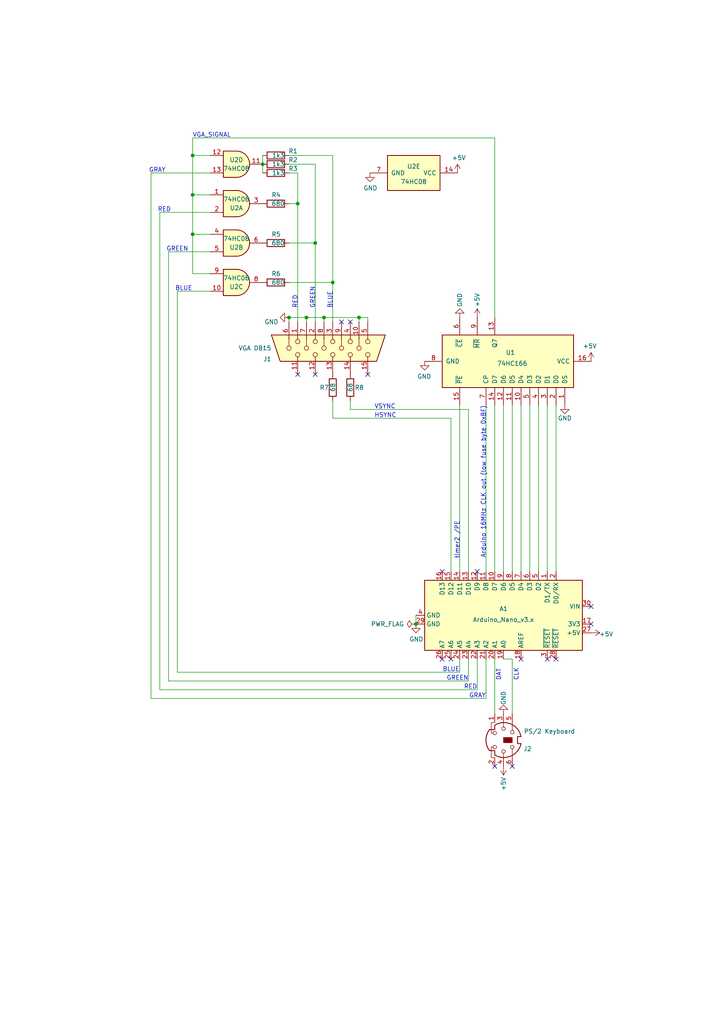
<source format=kicad_sch>
(kicad_sch (version 20211123) (generator eeschema)

  (uuid 8fd203a8-262b-4cb2-b72e-4179e96203de)

  (paper "A4" portrait)

  (title_block
    (title "Nano Personal Computer")
    (date "2024-03-30")
    (rev "2.0")
    (company "320x200 pixels, VGA (16 row colors), PS/2")
    (comment 2 "creativecommons.org/licenses/by-nc-sa/3.0/deed.en")
    (comment 3 "License: CC BY-NC-SA 3.0")
    (comment 4 "Author: Carsten Herting (slu4)")
  )

  (lib_symbols
    (symbol "ArduinoPC-rescue:74HC166-alternate-ArduinoPC-rescue" (pin_names (offset 1.016)) (in_bom yes) (on_board yes)
      (property "Reference" "U" (id 0) (at -7.62 19.05 0)
        (effects (font (size 1.27 1.27)))
      )
      (property "Value" "74HC166-alternate-ArduinoPC-rescue" (id 1) (at 0 -1.27 90)
        (effects (font (size 1.27 1.27)))
      )
      (property "Footprint" "" (id 2) (at 0 0 0)
        (effects (font (size 1.27 1.27)) hide)
      )
      (property "Datasheet" "" (id 3) (at 0 0 0)
        (effects (font (size 1.27 1.27)) hide)
      )
      (property "ki_locked" "" (id 4) (at 0 0 0)
        (effects (font (size 1.27 1.27)))
      )
      (property "ki_fp_filters" "DIP?16*" (id 5) (at 0 0 0)
        (effects (font (size 1.27 1.27)) hide)
      )
      (symbol "74HC166-alternate-ArduinoPC-rescue_1_0"
        (pin input line (at -12.7 15.24 0) (length 5.08)
          (name "DS" (effects (font (size 1.27 1.27))))
          (number "1" (effects (font (size 1.27 1.27))))
        )
        (pin input line (at -12.7 2.54 0) (length 5.08)
          (name "D4" (effects (font (size 1.27 1.27))))
          (number "10" (effects (font (size 1.27 1.27))))
        )
        (pin input line (at -12.7 0 0) (length 5.08)
          (name "D5" (effects (font (size 1.27 1.27))))
          (number "11" (effects (font (size 1.27 1.27))))
        )
        (pin input line (at -12.7 -2.54 0) (length 5.08)
          (name "D6" (effects (font (size 1.27 1.27))))
          (number "12" (effects (font (size 1.27 1.27))))
        )
        (pin output line (at 12.7 -5.08 180) (length 5.08)
          (name "Q7" (effects (font (size 1.27 1.27))))
          (number "13" (effects (font (size 1.27 1.27))))
        )
        (pin input line (at -12.7 -5.08 0) (length 5.08)
          (name "D7" (effects (font (size 1.27 1.27))))
          (number "14" (effects (font (size 1.27 1.27))))
        )
        (pin input line (at -12.7 -15.24 0) (length 5.08)
          (name "~{PE}" (effects (font (size 1.27 1.27))))
          (number "15" (effects (font (size 1.27 1.27))))
        )
        (pin power_in line (at 0 22.86 270) (length 5.08)
          (name "VCC" (effects (font (size 1.27 1.27))))
          (number "16" (effects (font (size 1.27 1.27))))
        )
        (pin input line (at -12.7 12.7 0) (length 5.08)
          (name "D0" (effects (font (size 1.27 1.27))))
          (number "2" (effects (font (size 1.27 1.27))))
        )
        (pin input line (at -12.7 10.16 0) (length 5.08)
          (name "D1" (effects (font (size 1.27 1.27))))
          (number "3" (effects (font (size 1.27 1.27))))
        )
        (pin input line (at -12.7 7.62 0) (length 5.08)
          (name "D2" (effects (font (size 1.27 1.27))))
          (number "4" (effects (font (size 1.27 1.27))))
        )
        (pin input line (at -12.7 5.08 0) (length 5.08)
          (name "D3" (effects (font (size 1.27 1.27))))
          (number "5" (effects (font (size 1.27 1.27))))
        )
        (pin input line (at 12.7 -15.24 180) (length 5.08)
          (name "~{CE}" (effects (font (size 1.27 1.27))))
          (number "6" (effects (font (size 1.27 1.27))))
        )
        (pin input line (at -12.7 -7.62 0) (length 5.08)
          (name "CP" (effects (font (size 1.27 1.27))))
          (number "7" (effects (font (size 1.27 1.27))))
        )
        (pin power_in line (at 0 -25.4 90) (length 5.08)
          (name "GND" (effects (font (size 1.27 1.27))))
          (number "8" (effects (font (size 1.27 1.27))))
        )
        (pin input line (at 12.7 -10.16 180) (length 5.08)
          (name "~{MR}" (effects (font (size 1.27 1.27))))
          (number "9" (effects (font (size 1.27 1.27))))
        )
      )
      (symbol "74HC166-alternate-ArduinoPC-rescue_1_1"
        (rectangle (start -7.62 17.78) (end 7.62 -20.32)
          (stroke (width 0.254) (type default) (color 0 0 0 0))
          (fill (type background))
        )
      )
    )
    (symbol "ArduinoPC:74HC08" (pin_names (offset 1.016)) (in_bom yes) (on_board yes)
      (property "Reference" "U" (id 0) (at 0 1.27 0)
        (effects (font (size 1.27 1.27)))
      )
      (property "Value" "74HC08" (id 1) (at 0 -1.27 0)
        (effects (font (size 1.27 1.27)))
      )
      (property "Footprint" "" (id 2) (at 0 0 0)
        (effects (font (size 1.27 1.27)) hide)
      )
      (property "Datasheet" "http://www.ti.com/lit/gpn/sn74LS08" (id 3) (at 0 0 0)
        (effects (font (size 1.27 1.27)) hide)
      )
      (property "ki_locked" "" (id 4) (at 0 0 0)
        (effects (font (size 1.27 1.27)))
      )
      (property "ki_keywords" "TTL and2" (id 5) (at 0 0 0)
        (effects (font (size 1.27 1.27)) hide)
      )
      (property "ki_description" "Quad And2" (id 6) (at 0 0 0)
        (effects (font (size 1.27 1.27)) hide)
      )
      (property "ki_fp_filters" "DIP*W7.62mm*" (id 7) (at 0 0 0)
        (effects (font (size 1.27 1.27)) hide)
      )
      (symbol "74HC08_1_1"
        (arc (start 0 -3.81) (mid 3.81 0) (end 0 3.81)
          (stroke (width 0.254) (type default) (color 0 0 0 0))
          (fill (type background))
        )
        (polyline
          (pts
            (xy 0 3.81)
            (xy -3.81 3.81)
            (xy -3.81 -3.81)
            (xy 0 -3.81)
          )
          (stroke (width 0.254) (type default) (color 0 0 0 0))
          (fill (type background))
        )
        (pin input line (at -7.62 2.54 0) (length 3.81)
          (name "~" (effects (font (size 1.27 1.27))))
          (number "1" (effects (font (size 1.27 1.27))))
        )
        (pin input line (at -7.62 -2.54 0) (length 3.81)
          (name "~" (effects (font (size 1.27 1.27))))
          (number "2" (effects (font (size 1.27 1.27))))
        )
        (pin output line (at 7.62 0 180) (length 3.81)
          (name "~" (effects (font (size 1.27 1.27))))
          (number "3" (effects (font (size 1.27 1.27))))
        )
      )
      (symbol "74HC08_1_2"
        (arc (start -3.81 -3.81) (mid -2.589 0) (end -3.81 3.81)
          (stroke (width 0.254) (type default) (color 0 0 0 0))
          (fill (type none))
        )
        (arc (start -0.6096 -3.81) (mid 2.1842 -2.5851) (end 3.81 0)
          (stroke (width 0.254) (type default) (color 0 0 0 0))
          (fill (type background))
        )
        (polyline
          (pts
            (xy -3.81 -3.81)
            (xy -0.635 -3.81)
          )
          (stroke (width 0.254) (type default) (color 0 0 0 0))
          (fill (type background))
        )
        (polyline
          (pts
            (xy -3.81 3.81)
            (xy -0.635 3.81)
          )
          (stroke (width 0.254) (type default) (color 0 0 0 0))
          (fill (type background))
        )
        (polyline
          (pts
            (xy -0.635 3.81)
            (xy -3.81 3.81)
            (xy -3.81 3.81)
            (xy -3.556 3.4036)
            (xy -3.0226 2.2606)
            (xy -2.6924 1.0414)
            (xy -2.6162 -0.254)
            (xy -2.7686 -1.4986)
            (xy -3.175 -2.7178)
            (xy -3.81 -3.81)
            (xy -3.81 -3.81)
            (xy -0.635 -3.81)
          )
          (stroke (width -25.4) (type default) (color 0 0 0 0))
          (fill (type background))
        )
        (arc (start 3.81 0) (mid 2.1915 2.5936) (end -0.6096 3.81)
          (stroke (width 0.254) (type default) (color 0 0 0 0))
          (fill (type background))
        )
        (pin input inverted (at -7.62 2.54 0) (length 4.318)
          (name "~" (effects (font (size 1.27 1.27))))
          (number "1" (effects (font (size 1.27 1.27))))
        )
        (pin input inverted (at -7.62 -2.54 0) (length 4.318)
          (name "~" (effects (font (size 1.27 1.27))))
          (number "2" (effects (font (size 1.27 1.27))))
        )
        (pin output inverted (at 7.62 0 180) (length 3.81)
          (name "~" (effects (font (size 1.27 1.27))))
          (number "3" (effects (font (size 1.27 1.27))))
        )
      )
      (symbol "74HC08_2_1"
        (arc (start 0 -3.81) (mid 3.81 0) (end 0 3.81)
          (stroke (width 0.254) (type default) (color 0 0 0 0))
          (fill (type background))
        )
        (polyline
          (pts
            (xy 0 3.81)
            (xy -3.81 3.81)
            (xy -3.81 -3.81)
            (xy 0 -3.81)
          )
          (stroke (width 0.254) (type default) (color 0 0 0 0))
          (fill (type background))
        )
        (pin input line (at -7.62 2.54 0) (length 3.81)
          (name "~" (effects (font (size 1.27 1.27))))
          (number "4" (effects (font (size 1.27 1.27))))
        )
        (pin input line (at -7.62 -2.54 0) (length 3.81)
          (name "~" (effects (font (size 1.27 1.27))))
          (number "5" (effects (font (size 1.27 1.27))))
        )
        (pin output line (at 7.62 0 180) (length 3.81)
          (name "~" (effects (font (size 1.27 1.27))))
          (number "6" (effects (font (size 1.27 1.27))))
        )
      )
      (symbol "74HC08_2_2"
        (arc (start -3.81 -3.81) (mid -2.589 0) (end -3.81 3.81)
          (stroke (width 0.254) (type default) (color 0 0 0 0))
          (fill (type none))
        )
        (arc (start -0.6096 -3.81) (mid 2.1842 -2.5851) (end 3.81 0)
          (stroke (width 0.254) (type default) (color 0 0 0 0))
          (fill (type background))
        )
        (polyline
          (pts
            (xy -3.81 -3.81)
            (xy -0.635 -3.81)
          )
          (stroke (width 0.254) (type default) (color 0 0 0 0))
          (fill (type background))
        )
        (polyline
          (pts
            (xy -3.81 3.81)
            (xy -0.635 3.81)
          )
          (stroke (width 0.254) (type default) (color 0 0 0 0))
          (fill (type background))
        )
        (polyline
          (pts
            (xy -0.635 3.81)
            (xy -3.81 3.81)
            (xy -3.81 3.81)
            (xy -3.556 3.4036)
            (xy -3.0226 2.2606)
            (xy -2.6924 1.0414)
            (xy -2.6162 -0.254)
            (xy -2.7686 -1.4986)
            (xy -3.175 -2.7178)
            (xy -3.81 -3.81)
            (xy -3.81 -3.81)
            (xy -0.635 -3.81)
          )
          (stroke (width -25.4) (type default) (color 0 0 0 0))
          (fill (type background))
        )
        (arc (start 3.81 0) (mid 2.1915 2.5936) (end -0.6096 3.81)
          (stroke (width 0.254) (type default) (color 0 0 0 0))
          (fill (type background))
        )
        (pin input inverted (at -7.62 2.54 0) (length 4.318)
          (name "~" (effects (font (size 1.27 1.27))))
          (number "4" (effects (font (size 1.27 1.27))))
        )
        (pin input inverted (at -7.62 -2.54 0) (length 4.318)
          (name "~" (effects (font (size 1.27 1.27))))
          (number "5" (effects (font (size 1.27 1.27))))
        )
        (pin output inverted (at 7.62 0 180) (length 3.81)
          (name "~" (effects (font (size 1.27 1.27))))
          (number "6" (effects (font (size 1.27 1.27))))
        )
      )
      (symbol "74HC08_3_1"
        (arc (start 0 -3.81) (mid 3.81 0) (end 0 3.81)
          (stroke (width 0.254) (type default) (color 0 0 0 0))
          (fill (type background))
        )
        (polyline
          (pts
            (xy 0 3.81)
            (xy -3.81 3.81)
            (xy -3.81 -3.81)
            (xy 0 -3.81)
          )
          (stroke (width 0.254) (type default) (color 0 0 0 0))
          (fill (type background))
        )
        (pin input line (at -7.62 -2.54 0) (length 3.81)
          (name "~" (effects (font (size 1.27 1.27))))
          (number "10" (effects (font (size 1.27 1.27))))
        )
        (pin output line (at 7.62 0 180) (length 3.81)
          (name "~" (effects (font (size 1.27 1.27))))
          (number "8" (effects (font (size 1.27 1.27))))
        )
        (pin input line (at -7.62 2.54 0) (length 3.81)
          (name "~" (effects (font (size 1.27 1.27))))
          (number "9" (effects (font (size 1.27 1.27))))
        )
      )
      (symbol "74HC08_3_2"
        (arc (start -3.81 -3.81) (mid -2.589 0) (end -3.81 3.81)
          (stroke (width 0.254) (type default) (color 0 0 0 0))
          (fill (type none))
        )
        (arc (start -0.6096 -3.81) (mid 2.1842 -2.5851) (end 3.81 0)
          (stroke (width 0.254) (type default) (color 0 0 0 0))
          (fill (type background))
        )
        (polyline
          (pts
            (xy -3.81 -3.81)
            (xy -0.635 -3.81)
          )
          (stroke (width 0.254) (type default) (color 0 0 0 0))
          (fill (type background))
        )
        (polyline
          (pts
            (xy -3.81 3.81)
            (xy -0.635 3.81)
          )
          (stroke (width 0.254) (type default) (color 0 0 0 0))
          (fill (type background))
        )
        (polyline
          (pts
            (xy -0.635 3.81)
            (xy -3.81 3.81)
            (xy -3.81 3.81)
            (xy -3.556 3.4036)
            (xy -3.0226 2.2606)
            (xy -2.6924 1.0414)
            (xy -2.6162 -0.254)
            (xy -2.7686 -1.4986)
            (xy -3.175 -2.7178)
            (xy -3.81 -3.81)
            (xy -3.81 -3.81)
            (xy -0.635 -3.81)
          )
          (stroke (width -25.4) (type default) (color 0 0 0 0))
          (fill (type background))
        )
        (arc (start 3.81 0) (mid 2.1915 2.5936) (end -0.6096 3.81)
          (stroke (width 0.254) (type default) (color 0 0 0 0))
          (fill (type background))
        )
        (pin input inverted (at -7.62 -2.54 0) (length 4.318)
          (name "~" (effects (font (size 1.27 1.27))))
          (number "10" (effects (font (size 1.27 1.27))))
        )
        (pin output inverted (at 7.62 0 180) (length 3.81)
          (name "~" (effects (font (size 1.27 1.27))))
          (number "8" (effects (font (size 1.27 1.27))))
        )
        (pin input inverted (at -7.62 2.54 0) (length 4.318)
          (name "~" (effects (font (size 1.27 1.27))))
          (number "9" (effects (font (size 1.27 1.27))))
        )
      )
      (symbol "74HC08_4_1"
        (arc (start 0 -3.81) (mid 3.81 0) (end 0 3.81)
          (stroke (width 0.254) (type default) (color 0 0 0 0))
          (fill (type background))
        )
        (polyline
          (pts
            (xy 0 3.81)
            (xy -3.81 3.81)
            (xy -3.81 -3.81)
            (xy 0 -3.81)
          )
          (stroke (width 0.254) (type default) (color 0 0 0 0))
          (fill (type background))
        )
        (pin output line (at 7.62 0 180) (length 3.81)
          (name "~" (effects (font (size 1.27 1.27))))
          (number "11" (effects (font (size 1.27 1.27))))
        )
        (pin input line (at -7.62 2.54 0) (length 3.81)
          (name "~" (effects (font (size 1.27 1.27))))
          (number "12" (effects (font (size 1.27 1.27))))
        )
        (pin input line (at -7.62 -2.54 0) (length 3.81)
          (name "~" (effects (font (size 1.27 1.27))))
          (number "13" (effects (font (size 1.27 1.27))))
        )
      )
      (symbol "74HC08_4_2"
        (arc (start -3.81 -3.81) (mid -2.589 0) (end -3.81 3.81)
          (stroke (width 0.254) (type default) (color 0 0 0 0))
          (fill (type none))
        )
        (arc (start -0.6096 -3.81) (mid 2.1842 -2.5851) (end 3.81 0)
          (stroke (width 0.254) (type default) (color 0 0 0 0))
          (fill (type background))
        )
        (polyline
          (pts
            (xy -3.81 -3.81)
            (xy -0.635 -3.81)
          )
          (stroke (width 0.254) (type default) (color 0 0 0 0))
          (fill (type background))
        )
        (polyline
          (pts
            (xy -3.81 3.81)
            (xy -0.635 3.81)
          )
          (stroke (width 0.254) (type default) (color 0 0 0 0))
          (fill (type background))
        )
        (polyline
          (pts
            (xy -0.635 3.81)
            (xy -3.81 3.81)
            (xy -3.81 3.81)
            (xy -3.556 3.4036)
            (xy -3.0226 2.2606)
            (xy -2.6924 1.0414)
            (xy -2.6162 -0.254)
            (xy -2.7686 -1.4986)
            (xy -3.175 -2.7178)
            (xy -3.81 -3.81)
            (xy -3.81 -3.81)
            (xy -0.635 -3.81)
          )
          (stroke (width -25.4) (type default) (color 0 0 0 0))
          (fill (type background))
        )
        (arc (start 3.81 0) (mid 2.1915 2.5936) (end -0.6096 3.81)
          (stroke (width 0.254) (type default) (color 0 0 0 0))
          (fill (type background))
        )
        (pin output inverted (at 7.62 0 180) (length 3.81)
          (name "~" (effects (font (size 1.27 1.27))))
          (number "11" (effects (font (size 1.27 1.27))))
        )
        (pin input inverted (at -7.62 2.54 0) (length 4.318)
          (name "~" (effects (font (size 1.27 1.27))))
          (number "12" (effects (font (size 1.27 1.27))))
        )
        (pin input inverted (at -7.62 -2.54 0) (length 4.318)
          (name "~" (effects (font (size 1.27 1.27))))
          (number "13" (effects (font (size 1.27 1.27))))
        )
      )
      (symbol "74HC08_5_0"
        (pin power_in line (at 0 12.7 270) (length 5.08)
          (name "VCC" (effects (font (size 1.27 1.27))))
          (number "14" (effects (font (size 1.27 1.27))))
        )
        (pin power_in line (at 0 -12.7 90) (length 5.08)
          (name "GND" (effects (font (size 1.27 1.27))))
          (number "7" (effects (font (size 1.27 1.27))))
        )
      )
      (symbol "74HC08_5_1"
        (rectangle (start -5.08 7.62) (end 5.08 -7.62)
          (stroke (width 0.254) (type default) (color 0 0 0 0))
          (fill (type background))
        )
      )
    )
    (symbol "Connector:DB15_Female_HighDensity" (pin_names (offset 1.016) hide) (in_bom yes) (on_board yes)
      (property "Reference" "J" (id 0) (at 0 21.59 0)
        (effects (font (size 1.27 1.27)))
      )
      (property "Value" "DB15_Female_HighDensity" (id 1) (at 0 19.05 0)
        (effects (font (size 1.27 1.27)))
      )
      (property "Footprint" "" (id 2) (at -24.13 10.16 0)
        (effects (font (size 1.27 1.27)) hide)
      )
      (property "Datasheet" " ~" (id 3) (at -24.13 10.16 0)
        (effects (font (size 1.27 1.27)) hide)
      )
      (property "ki_keywords" "connector db15 VGA female D-SUB" (id 4) (at 0 0 0)
        (effects (font (size 1.27 1.27)) hide)
      )
      (property "ki_description" "15-pin female D-SUB connector, High density (3 columns), Triple Row, Generic, VGA-connector" (id 5) (at 0 0 0)
        (effects (font (size 1.27 1.27)) hide)
      )
      (property "ki_fp_filters" "DSUB*Female*" (id 6) (at 0 0 0)
        (effects (font (size 1.27 1.27)) hide)
      )
      (symbol "DB15_Female_HighDensity_0_1"
        (circle (center -1.905 -10.16) (radius 0.635)
          (stroke (width 0) (type default) (color 0 0 0 0))
          (fill (type none))
        )
        (circle (center -1.905 -5.08) (radius 0.635)
          (stroke (width 0) (type default) (color 0 0 0 0))
          (fill (type none))
        )
        (circle (center -1.905 0) (radius 0.635)
          (stroke (width 0) (type default) (color 0 0 0 0))
          (fill (type none))
        )
        (circle (center -1.905 5.08) (radius 0.635)
          (stroke (width 0) (type default) (color 0 0 0 0))
          (fill (type none))
        )
        (circle (center -1.905 10.16) (radius 0.635)
          (stroke (width 0) (type default) (color 0 0 0 0))
          (fill (type none))
        )
        (circle (center 0 -7.62) (radius 0.635)
          (stroke (width 0) (type default) (color 0 0 0 0))
          (fill (type none))
        )
        (circle (center 0 -2.54) (radius 0.635)
          (stroke (width 0) (type default) (color 0 0 0 0))
          (fill (type none))
        )
        (polyline
          (pts
            (xy -3.175 7.62)
            (xy -0.635 7.62)
          )
          (stroke (width 0) (type default) (color 0 0 0 0))
          (fill (type none))
        )
        (polyline
          (pts
            (xy -0.635 -7.62)
            (xy -3.175 -7.62)
          )
          (stroke (width 0) (type default) (color 0 0 0 0))
          (fill (type none))
        )
        (polyline
          (pts
            (xy -0.635 -2.54)
            (xy -3.175 -2.54)
          )
          (stroke (width 0) (type default) (color 0 0 0 0))
          (fill (type none))
        )
        (polyline
          (pts
            (xy -0.635 2.54)
            (xy -3.175 2.54)
          )
          (stroke (width 0) (type default) (color 0 0 0 0))
          (fill (type none))
        )
        (polyline
          (pts
            (xy -0.635 12.7)
            (xy -3.175 12.7)
          )
          (stroke (width 0) (type default) (color 0 0 0 0))
          (fill (type none))
        )
        (polyline
          (pts
            (xy -3.81 17.78)
            (xy -3.81 -15.24)
            (xy 3.81 -12.7)
            (xy 3.81 15.24)
            (xy -3.81 17.78)
          )
          (stroke (width 0.254) (type default) (color 0 0 0 0))
          (fill (type background))
        )
        (circle (center 0 2.54) (radius 0.635)
          (stroke (width 0) (type default) (color 0 0 0 0))
          (fill (type none))
        )
        (circle (center 0 7.62) (radius 0.635)
          (stroke (width 0) (type default) (color 0 0 0 0))
          (fill (type none))
        )
        (circle (center 0 12.7) (radius 0.635)
          (stroke (width 0) (type default) (color 0 0 0 0))
          (fill (type none))
        )
        (circle (center 1.905 -10.16) (radius 0.635)
          (stroke (width 0) (type default) (color 0 0 0 0))
          (fill (type none))
        )
        (circle (center 1.905 -5.08) (radius 0.635)
          (stroke (width 0) (type default) (color 0 0 0 0))
          (fill (type none))
        )
        (circle (center 1.905 0) (radius 0.635)
          (stroke (width 0) (type default) (color 0 0 0 0))
          (fill (type none))
        )
        (circle (center 1.905 5.08) (radius 0.635)
          (stroke (width 0) (type default) (color 0 0 0 0))
          (fill (type none))
        )
        (circle (center 1.905 10.16) (radius 0.635)
          (stroke (width 0) (type default) (color 0 0 0 0))
          (fill (type none))
        )
      )
      (symbol "DB15_Female_HighDensity_1_1"
        (pin passive line (at -7.62 10.16 0) (length 5.08)
          (name "~" (effects (font (size 1.27 1.27))))
          (number "1" (effects (font (size 1.27 1.27))))
        )
        (pin passive line (at -7.62 -7.62 0) (length 5.08)
          (name "~" (effects (font (size 1.27 1.27))))
          (number "10" (effects (font (size 1.27 1.27))))
        )
        (pin passive line (at 7.62 10.16 180) (length 5.08)
          (name "~" (effects (font (size 1.27 1.27))))
          (number "11" (effects (font (size 1.27 1.27))))
        )
        (pin passive line (at 7.62 5.08 180) (length 5.08)
          (name "~" (effects (font (size 1.27 1.27))))
          (number "12" (effects (font (size 1.27 1.27))))
        )
        (pin passive line (at 7.62 0 180) (length 5.08)
          (name "~" (effects (font (size 1.27 1.27))))
          (number "13" (effects (font (size 1.27 1.27))))
        )
        (pin passive line (at 7.62 -5.08 180) (length 5.08)
          (name "~" (effects (font (size 1.27 1.27))))
          (number "14" (effects (font (size 1.27 1.27))))
        )
        (pin passive line (at 7.62 -10.16 180) (length 5.08)
          (name "~" (effects (font (size 1.27 1.27))))
          (number "15" (effects (font (size 1.27 1.27))))
        )
        (pin passive line (at -7.62 5.08 0) (length 5.08)
          (name "~" (effects (font (size 1.27 1.27))))
          (number "2" (effects (font (size 1.27 1.27))))
        )
        (pin passive line (at -7.62 0 0) (length 5.08)
          (name "~" (effects (font (size 1.27 1.27))))
          (number "3" (effects (font (size 1.27 1.27))))
        )
        (pin passive line (at -7.62 -5.08 0) (length 5.08)
          (name "~" (effects (font (size 1.27 1.27))))
          (number "4" (effects (font (size 1.27 1.27))))
        )
        (pin passive line (at -7.62 -10.16 0) (length 5.08)
          (name "~" (effects (font (size 1.27 1.27))))
          (number "5" (effects (font (size 1.27 1.27))))
        )
        (pin passive line (at -7.62 12.7 0) (length 5.08)
          (name "~" (effects (font (size 1.27 1.27))))
          (number "6" (effects (font (size 1.27 1.27))))
        )
        (pin passive line (at -7.62 7.62 0) (length 5.08)
          (name "~" (effects (font (size 1.27 1.27))))
          (number "7" (effects (font (size 1.27 1.27))))
        )
        (pin passive line (at -7.62 2.54 0) (length 5.08)
          (name "~" (effects (font (size 1.27 1.27))))
          (number "8" (effects (font (size 1.27 1.27))))
        )
        (pin passive line (at -7.62 -2.54 0) (length 5.08)
          (name "~" (effects (font (size 1.27 1.27))))
          (number "9" (effects (font (size 1.27 1.27))))
        )
      )
    )
    (symbol "Connector:Mini-DIN-6" (pin_names (offset 1.016)) (in_bom yes) (on_board yes)
      (property "Reference" "J" (id 0) (at 0 6.35 0)
        (effects (font (size 1.27 1.27)))
      )
      (property "Value" "Mini-DIN-6" (id 1) (at 0 -6.35 0)
        (effects (font (size 1.27 1.27)))
      )
      (property "Footprint" "" (id 2) (at 0 0 0)
        (effects (font (size 1.27 1.27)) hide)
      )
      (property "Datasheet" "http://service.powerdynamics.com/ec/Catalog17/Section%2011.pdf" (id 3) (at 0 0 0)
        (effects (font (size 1.27 1.27)) hide)
      )
      (property "ki_keywords" "Mini-DIN" (id 4) (at 0 0 0)
        (effects (font (size 1.27 1.27)) hide)
      )
      (property "ki_description" "6-pin Mini-DIN connector" (id 5) (at 0 0 0)
        (effects (font (size 1.27 1.27)) hide)
      )
      (property "ki_fp_filters" "MINI?DIN*" (id 6) (at 0 0 0)
        (effects (font (size 1.27 1.27)) hide)
      )
      (symbol "Mini-DIN-6_0_1"
        (circle (center -3.302 0) (radius 0.508)
          (stroke (width 0) (type default) (color 0 0 0 0))
          (fill (type none))
        )
        (arc (start -3.048 -4.064) (mid 0 -5.08) (end 3.048 -4.064)
          (stroke (width 0.254) (type default) (color 0 0 0 0))
          (fill (type none))
        )
        (circle (center -2.032 -2.54) (radius 0.508)
          (stroke (width 0) (type default) (color 0 0 0 0))
          (fill (type none))
        )
        (circle (center -2.032 2.54) (radius 0.508)
          (stroke (width 0) (type default) (color 0 0 0 0))
          (fill (type none))
        )
        (arc (start -1.016 5.08) (mid -4.6228 2.1214) (end -4.318 -2.54)
          (stroke (width 0.254) (type default) (color 0 0 0 0))
          (fill (type none))
        )
        (rectangle (start -0.762 2.54) (end 0.762 0)
          (stroke (width 0) (type default) (color 0 0 0 0))
          (fill (type outline))
        )
        (polyline
          (pts
            (xy -3.81 0)
            (xy -5.08 0)
          )
          (stroke (width 0) (type default) (color 0 0 0 0))
          (fill (type none))
        )
        (polyline
          (pts
            (xy -2.54 2.54)
            (xy -5.08 2.54)
          )
          (stroke (width 0) (type default) (color 0 0 0 0))
          (fill (type none))
        )
        (polyline
          (pts
            (xy 2.794 2.54)
            (xy 5.08 2.54)
          )
          (stroke (width 0) (type default) (color 0 0 0 0))
          (fill (type none))
        )
        (polyline
          (pts
            (xy 5.08 0)
            (xy 3.81 0)
          )
          (stroke (width 0) (type default) (color 0 0 0 0))
          (fill (type none))
        )
        (polyline
          (pts
            (xy -4.318 -2.54)
            (xy -3.048 -2.54)
            (xy -3.048 -4.064)
          )
          (stroke (width 0.254) (type default) (color 0 0 0 0))
          (fill (type none))
        )
        (polyline
          (pts
            (xy 4.318 -2.54)
            (xy 3.048 -2.54)
            (xy 3.048 -4.064)
          )
          (stroke (width 0.254) (type default) (color 0 0 0 0))
          (fill (type none))
        )
        (polyline
          (pts
            (xy -2.032 -3.048)
            (xy -2.032 -3.556)
            (xy -5.08 -3.556)
            (xy -5.08 -2.54)
          )
          (stroke (width 0) (type default) (color 0 0 0 0))
          (fill (type none))
        )
        (polyline
          (pts
            (xy -1.016 5.08)
            (xy -1.016 4.064)
            (xy 1.016 4.064)
            (xy 1.016 5.08)
          )
          (stroke (width 0.254) (type default) (color 0 0 0 0))
          (fill (type none))
        )
        (polyline
          (pts
            (xy 2.032 -3.048)
            (xy 2.032 -3.556)
            (xy 5.08 -3.556)
            (xy 5.08 -2.54)
          )
          (stroke (width 0) (type default) (color 0 0 0 0))
          (fill (type none))
        )
        (circle (center 2.032 -2.54) (radius 0.508)
          (stroke (width 0) (type default) (color 0 0 0 0))
          (fill (type none))
        )
        (circle (center 2.286 2.54) (radius 0.508)
          (stroke (width 0) (type default) (color 0 0 0 0))
          (fill (type none))
        )
        (circle (center 3.302 0) (radius 0.508)
          (stroke (width 0) (type default) (color 0 0 0 0))
          (fill (type none))
        )
        (arc (start 4.318 -2.54) (mid 4.6661 2.1322) (end 1.016 5.08)
          (stroke (width 0.254) (type default) (color 0 0 0 0))
          (fill (type none))
        )
      )
      (symbol "Mini-DIN-6_1_1"
        (pin passive line (at 7.62 -2.54 180) (length 2.54)
          (name "~" (effects (font (size 1.27 1.27))))
          (number "1" (effects (font (size 1.27 1.27))))
        )
        (pin passive line (at -7.62 -2.54 0) (length 2.54)
          (name "~" (effects (font (size 1.27 1.27))))
          (number "2" (effects (font (size 1.27 1.27))))
        )
        (pin passive line (at 7.62 0 180) (length 2.54)
          (name "~" (effects (font (size 1.27 1.27))))
          (number "3" (effects (font (size 1.27 1.27))))
        )
        (pin passive line (at -7.62 0 0) (length 2.54)
          (name "~" (effects (font (size 1.27 1.27))))
          (number "4" (effects (font (size 1.27 1.27))))
        )
        (pin passive line (at 7.62 2.54 180) (length 2.54)
          (name "~" (effects (font (size 1.27 1.27))))
          (number "5" (effects (font (size 1.27 1.27))))
        )
        (pin passive line (at -7.62 2.54 0) (length 2.54)
          (name "~" (effects (font (size 1.27 1.27))))
          (number "6" (effects (font (size 1.27 1.27))))
        )
      )
    )
    (symbol "Device:R" (pin_numbers hide) (pin_names (offset 0)) (in_bom yes) (on_board yes)
      (property "Reference" "R" (id 0) (at 2.032 0 90)
        (effects (font (size 1.27 1.27)))
      )
      (property "Value" "R" (id 1) (at 0 0 90)
        (effects (font (size 1.27 1.27)))
      )
      (property "Footprint" "" (id 2) (at -1.778 0 90)
        (effects (font (size 1.27 1.27)) hide)
      )
      (property "Datasheet" "~" (id 3) (at 0 0 0)
        (effects (font (size 1.27 1.27)) hide)
      )
      (property "ki_keywords" "R res resistor" (id 4) (at 0 0 0)
        (effects (font (size 1.27 1.27)) hide)
      )
      (property "ki_description" "Resistor" (id 5) (at 0 0 0)
        (effects (font (size 1.27 1.27)) hide)
      )
      (property "ki_fp_filters" "R_*" (id 6) (at 0 0 0)
        (effects (font (size 1.27 1.27)) hide)
      )
      (symbol "R_0_1"
        (rectangle (start -1.016 -2.54) (end 1.016 2.54)
          (stroke (width 0.254) (type default) (color 0 0 0 0))
          (fill (type none))
        )
      )
      (symbol "R_1_1"
        (pin passive line (at 0 3.81 270) (length 1.27)
          (name "~" (effects (font (size 1.27 1.27))))
          (number "1" (effects (font (size 1.27 1.27))))
        )
        (pin passive line (at 0 -3.81 90) (length 1.27)
          (name "~" (effects (font (size 1.27 1.27))))
          (number "2" (effects (font (size 1.27 1.27))))
        )
      )
    )
    (symbol "MCU_Module:Arduino_Nano_v3.x" (in_bom yes) (on_board yes)
      (property "Reference" "A" (id 0) (at -10.16 23.495 0)
        (effects (font (size 1.27 1.27)) (justify left bottom))
      )
      (property "Value" "Arduino_Nano_v3.x" (id 1) (at 5.08 -24.13 0)
        (effects (font (size 1.27 1.27)) (justify left top))
      )
      (property "Footprint" "Module:Arduino_Nano" (id 2) (at 0 0 0)
        (effects (font (size 1.27 1.27) italic) hide)
      )
      (property "Datasheet" "http://www.mouser.com/pdfdocs/Gravitech_Arduino_Nano3_0.pdf" (id 3) (at 0 0 0)
        (effects (font (size 1.27 1.27)) hide)
      )
      (property "ki_keywords" "Arduino nano microcontroller module USB" (id 4) (at 0 0 0)
        (effects (font (size 1.27 1.27)) hide)
      )
      (property "ki_description" "Arduino Nano v3.x" (id 5) (at 0 0 0)
        (effects (font (size 1.27 1.27)) hide)
      )
      (property "ki_fp_filters" "Arduino*Nano*" (id 6) (at 0 0 0)
        (effects (font (size 1.27 1.27)) hide)
      )
      (symbol "Arduino_Nano_v3.x_0_1"
        (rectangle (start -10.16 22.86) (end 10.16 -22.86)
          (stroke (width 0.254) (type default) (color 0 0 0 0))
          (fill (type background))
        )
      )
      (symbol "Arduino_Nano_v3.x_1_1"
        (pin bidirectional line (at -12.7 12.7 0) (length 2.54)
          (name "D1/TX" (effects (font (size 1.27 1.27))))
          (number "1" (effects (font (size 1.27 1.27))))
        )
        (pin bidirectional line (at -12.7 -2.54 0) (length 2.54)
          (name "D7" (effects (font (size 1.27 1.27))))
          (number "10" (effects (font (size 1.27 1.27))))
        )
        (pin bidirectional line (at -12.7 -5.08 0) (length 2.54)
          (name "D8" (effects (font (size 1.27 1.27))))
          (number "11" (effects (font (size 1.27 1.27))))
        )
        (pin bidirectional line (at -12.7 -7.62 0) (length 2.54)
          (name "D9" (effects (font (size 1.27 1.27))))
          (number "12" (effects (font (size 1.27 1.27))))
        )
        (pin bidirectional line (at -12.7 -10.16 0) (length 2.54)
          (name "D10" (effects (font (size 1.27 1.27))))
          (number "13" (effects (font (size 1.27 1.27))))
        )
        (pin bidirectional line (at -12.7 -12.7 0) (length 2.54)
          (name "D11" (effects (font (size 1.27 1.27))))
          (number "14" (effects (font (size 1.27 1.27))))
        )
        (pin bidirectional line (at -12.7 -15.24 0) (length 2.54)
          (name "D12" (effects (font (size 1.27 1.27))))
          (number "15" (effects (font (size 1.27 1.27))))
        )
        (pin bidirectional line (at -12.7 -17.78 0) (length 2.54)
          (name "D13" (effects (font (size 1.27 1.27))))
          (number "16" (effects (font (size 1.27 1.27))))
        )
        (pin power_out line (at 2.54 25.4 270) (length 2.54)
          (name "3V3" (effects (font (size 1.27 1.27))))
          (number "17" (effects (font (size 1.27 1.27))))
        )
        (pin input line (at 12.7 5.08 180) (length 2.54)
          (name "AREF" (effects (font (size 1.27 1.27))))
          (number "18" (effects (font (size 1.27 1.27))))
        )
        (pin bidirectional line (at 12.7 0 180) (length 2.54)
          (name "A0" (effects (font (size 1.27 1.27))))
          (number "19" (effects (font (size 1.27 1.27))))
        )
        (pin bidirectional line (at -12.7 15.24 0) (length 2.54)
          (name "D0/RX" (effects (font (size 1.27 1.27))))
          (number "2" (effects (font (size 1.27 1.27))))
        )
        (pin bidirectional line (at 12.7 -2.54 180) (length 2.54)
          (name "A1" (effects (font (size 1.27 1.27))))
          (number "20" (effects (font (size 1.27 1.27))))
        )
        (pin bidirectional line (at 12.7 -5.08 180) (length 2.54)
          (name "A2" (effects (font (size 1.27 1.27))))
          (number "21" (effects (font (size 1.27 1.27))))
        )
        (pin bidirectional line (at 12.7 -7.62 180) (length 2.54)
          (name "A3" (effects (font (size 1.27 1.27))))
          (number "22" (effects (font (size 1.27 1.27))))
        )
        (pin bidirectional line (at 12.7 -10.16 180) (length 2.54)
          (name "A4" (effects (font (size 1.27 1.27))))
          (number "23" (effects (font (size 1.27 1.27))))
        )
        (pin bidirectional line (at 12.7 -12.7 180) (length 2.54)
          (name "A5" (effects (font (size 1.27 1.27))))
          (number "24" (effects (font (size 1.27 1.27))))
        )
        (pin bidirectional line (at 12.7 -15.24 180) (length 2.54)
          (name "A6" (effects (font (size 1.27 1.27))))
          (number "25" (effects (font (size 1.27 1.27))))
        )
        (pin bidirectional line (at 12.7 -17.78 180) (length 2.54)
          (name "A7" (effects (font (size 1.27 1.27))))
          (number "26" (effects (font (size 1.27 1.27))))
        )
        (pin power_out line (at 5.08 25.4 270) (length 2.54)
          (name "+5V" (effects (font (size 1.27 1.27))))
          (number "27" (effects (font (size 1.27 1.27))))
        )
        (pin input line (at 12.7 15.24 180) (length 2.54)
          (name "~{RESET}" (effects (font (size 1.27 1.27))))
          (number "28" (effects (font (size 1.27 1.27))))
        )
        (pin power_in line (at 2.54 -25.4 90) (length 2.54)
          (name "GND" (effects (font (size 1.27 1.27))))
          (number "29" (effects (font (size 1.27 1.27))))
        )
        (pin input line (at 12.7 12.7 180) (length 2.54)
          (name "~{RESET}" (effects (font (size 1.27 1.27))))
          (number "3" (effects (font (size 1.27 1.27))))
        )
        (pin power_in line (at -2.54 25.4 270) (length 2.54)
          (name "VIN" (effects (font (size 1.27 1.27))))
          (number "30" (effects (font (size 1.27 1.27))))
        )
        (pin power_in line (at 0 -25.4 90) (length 2.54)
          (name "GND" (effects (font (size 1.27 1.27))))
          (number "4" (effects (font (size 1.27 1.27))))
        )
        (pin bidirectional line (at -12.7 10.16 0) (length 2.54)
          (name "D2" (effects (font (size 1.27 1.27))))
          (number "5" (effects (font (size 1.27 1.27))))
        )
        (pin bidirectional line (at -12.7 7.62 0) (length 2.54)
          (name "D3" (effects (font (size 1.27 1.27))))
          (number "6" (effects (font (size 1.27 1.27))))
        )
        (pin bidirectional line (at -12.7 5.08 0) (length 2.54)
          (name "D4" (effects (font (size 1.27 1.27))))
          (number "7" (effects (font (size 1.27 1.27))))
        )
        (pin bidirectional line (at -12.7 2.54 0) (length 2.54)
          (name "D5" (effects (font (size 1.27 1.27))))
          (number "8" (effects (font (size 1.27 1.27))))
        )
        (pin bidirectional line (at -12.7 0 0) (length 2.54)
          (name "D6" (effects (font (size 1.27 1.27))))
          (number "9" (effects (font (size 1.27 1.27))))
        )
      )
    )
    (symbol "power:+5V" (power) (pin_names (offset 0)) (in_bom yes) (on_board yes)
      (property "Reference" "#PWR" (id 0) (at 0 -3.81 0)
        (effects (font (size 1.27 1.27)) hide)
      )
      (property "Value" "+5V" (id 1) (at 0 3.556 0)
        (effects (font (size 1.27 1.27)))
      )
      (property "Footprint" "" (id 2) (at 0 0 0)
        (effects (font (size 1.27 1.27)) hide)
      )
      (property "Datasheet" "" (id 3) (at 0 0 0)
        (effects (font (size 1.27 1.27)) hide)
      )
      (property "ki_keywords" "power-flag" (id 4) (at 0 0 0)
        (effects (font (size 1.27 1.27)) hide)
      )
      (property "ki_description" "Power symbol creates a global label with name \"+5V\"" (id 5) (at 0 0 0)
        (effects (font (size 1.27 1.27)) hide)
      )
      (symbol "+5V_0_1"
        (polyline
          (pts
            (xy -0.762 1.27)
            (xy 0 2.54)
          )
          (stroke (width 0) (type default) (color 0 0 0 0))
          (fill (type none))
        )
        (polyline
          (pts
            (xy 0 0)
            (xy 0 2.54)
          )
          (stroke (width 0) (type default) (color 0 0 0 0))
          (fill (type none))
        )
        (polyline
          (pts
            (xy 0 2.54)
            (xy 0.762 1.27)
          )
          (stroke (width 0) (type default) (color 0 0 0 0))
          (fill (type none))
        )
      )
      (symbol "+5V_1_1"
        (pin power_in line (at 0 0 90) (length 0) hide
          (name "+5V" (effects (font (size 1.27 1.27))))
          (number "1" (effects (font (size 1.27 1.27))))
        )
      )
    )
    (symbol "power:GND" (power) (pin_names (offset 0)) (in_bom yes) (on_board yes)
      (property "Reference" "#PWR" (id 0) (at 0 -6.35 0)
        (effects (font (size 1.27 1.27)) hide)
      )
      (property "Value" "GND" (id 1) (at 0 -3.81 0)
        (effects (font (size 1.27 1.27)))
      )
      (property "Footprint" "" (id 2) (at 0 0 0)
        (effects (font (size 1.27 1.27)) hide)
      )
      (property "Datasheet" "" (id 3) (at 0 0 0)
        (effects (font (size 1.27 1.27)) hide)
      )
      (property "ki_keywords" "power-flag" (id 4) (at 0 0 0)
        (effects (font (size 1.27 1.27)) hide)
      )
      (property "ki_description" "Power symbol creates a global label with name \"GND\" , ground" (id 5) (at 0 0 0)
        (effects (font (size 1.27 1.27)) hide)
      )
      (symbol "GND_0_1"
        (polyline
          (pts
            (xy 0 0)
            (xy 0 -1.27)
            (xy 1.27 -1.27)
            (xy 0 -2.54)
            (xy -1.27 -1.27)
            (xy 0 -1.27)
          )
          (stroke (width 0) (type default) (color 0 0 0 0))
          (fill (type none))
        )
      )
      (symbol "GND_1_1"
        (pin power_in line (at 0 0 270) (length 0) hide
          (name "GND" (effects (font (size 1.27 1.27))))
          (number "1" (effects (font (size 1.27 1.27))))
        )
      )
    )
    (symbol "power:PWR_FLAG" (power) (pin_numbers hide) (pin_names (offset 0) hide) (in_bom yes) (on_board yes)
      (property "Reference" "#FLG" (id 0) (at 0 1.905 0)
        (effects (font (size 1.27 1.27)) hide)
      )
      (property "Value" "PWR_FLAG" (id 1) (at 0 3.81 0)
        (effects (font (size 1.27 1.27)))
      )
      (property "Footprint" "" (id 2) (at 0 0 0)
        (effects (font (size 1.27 1.27)) hide)
      )
      (property "Datasheet" "~" (id 3) (at 0 0 0)
        (effects (font (size 1.27 1.27)) hide)
      )
      (property "ki_keywords" "power-flag" (id 4) (at 0 0 0)
        (effects (font (size 1.27 1.27)) hide)
      )
      (property "ki_description" "Special symbol for telling ERC where power comes from" (id 5) (at 0 0 0)
        (effects (font (size 1.27 1.27)) hide)
      )
      (symbol "PWR_FLAG_0_0"
        (pin power_out line (at 0 0 90) (length 0)
          (name "pwr" (effects (font (size 1.27 1.27))))
          (number "1" (effects (font (size 1.27 1.27))))
        )
      )
      (symbol "PWR_FLAG_0_1"
        (polyline
          (pts
            (xy 0 0)
            (xy 0 1.27)
            (xy -1.016 1.905)
            (xy 0 2.54)
            (xy 1.016 1.905)
            (xy 0 1.27)
          )
          (stroke (width 0) (type default) (color 0 0 0 0))
          (fill (type none))
        )
      )
    )
  )

  (junction (at 93.98 92.075) (diameter 0) (color 0 0 0 0)
    (uuid 2e3a8a6d-2faf-4ed6-9348-b3f495bd9088)
  )
  (junction (at 88.9 92.075) (diameter 0) (color 0 0 0 0)
    (uuid 5177620e-379b-41c2-8dbe-7bfe71a169e7)
  )
  (junction (at 104.14 92.075) (diameter 0) (color 0 0 0 0)
    (uuid 52c89025-489b-4e9c-a58c-d1aa81a09f4c)
  )
  (junction (at 83.82 92.075) (diameter 0) (color 0 0 0 0)
    (uuid 53e23c9e-e669-40f7-b7a9-0cd777da1186)
  )
  (junction (at 55.88 56.515) (diameter 0) (color 0 0 0 0)
    (uuid 5aa3c210-c62f-4174-bcc7-5627fa10fabe)
  )
  (junction (at 120.65 180.975) (diameter 0) (color 0 0 0 0)
    (uuid 75ff29c6-07db-46d4-b1b6-4ec63ed70770)
  )
  (junction (at 96.52 81.915) (diameter 0) (color 0 0 0 0)
    (uuid 88057fa4-d47b-47ad-813b-9693f1ded7d4)
  )
  (junction (at 86.36 59.055) (diameter 0) (color 0 0 0 0)
    (uuid 8ec65a1a-c060-49c9-8d6c-a858d50ea81e)
  )
  (junction (at 55.88 45.085) (diameter 0) (color 0 0 0 0)
    (uuid d978b63e-0172-49e3-9716-68670602a26b)
  )
  (junction (at 76.2 47.625) (diameter 0) (color 0 0 0 0)
    (uuid e4f278be-bfd8-48c0-bdb8-11c0eac9d6d2)
  )
  (junction (at 91.44 70.485) (diameter 0) (color 0 0 0 0)
    (uuid ec90019b-c48c-4be8-a1d8-3308e1e9f4f3)
  )
  (junction (at 55.88 67.945) (diameter 0) (color 0 0 0 0)
    (uuid fea5be87-d52e-4e7a-aa5a-d370704b290e)
  )

  (no_connect (at 91.44 108.585) (uuid 0d0d7e96-adba-4394-a5a2-7bca55ee1196))
  (no_connect (at 171.45 180.975) (uuid 29ae6bc3-14d9-41ea-a8fc-8fe925f33845))
  (no_connect (at 130.81 191.135) (uuid 33b61d6e-bc2a-4758-89a9-5a9643235b56))
  (no_connect (at 148.59 222.25) (uuid 36f1fa30-7149-45c1-905e-c46aaf45dbf5))
  (no_connect (at 161.29 191.135) (uuid 45288b22-4a41-430c-8cb9-94187850f861))
  (no_connect (at 106.68 108.585) (uuid 5b80cfc0-c9c5-46bb-89f1-6836412b91b5))
  (no_connect (at 143.51 222.25) (uuid 6758c6db-0e61-4ea8-bac5-1806c1882944))
  (no_connect (at 86.36 108.585) (uuid 7473bc4c-05ee-415f-a34d-311523e939f8))
  (no_connect (at 171.45 175.895) (uuid 82f32db8-7160-4ced-bfa2-7ae27d30066b))
  (no_connect (at 128.27 165.735) (uuid 8b8d809c-19a0-4583-8ad0-535f9f9bcf86))
  (no_connect (at 158.75 191.135) (uuid ae4e7645-3540-4d3c-9da0-0c52f25ebd84))
  (no_connect (at 138.43 165.735) (uuid ae840f19-8cd2-4717-b4f0-50f775836528))
  (no_connect (at 101.6 93.345) (uuid d1f8577f-c5aa-4452-8c81-05bd54505f4b))
  (no_connect (at 99.06 93.345) (uuid d7ec3ccb-9c30-4d57-b2d1-b8cb95699dba))
  (no_connect (at 151.13 191.135) (uuid e5c9131e-5b0e-4f3b-bb16-28bebcdf9733))
  (no_connect (at 128.27 191.135) (uuid eaf3f590-11fb-4824-9af7-b4ac0f1c5737))

  (wire (pts (xy 93.98 92.075) (xy 104.14 92.075))
    (stroke (width 0) (type default) (color 0 0 0 0))
    (uuid 02b35dbd-76a2-4bcf-9d0e-092e40de3ac8)
  )
  (wire (pts (xy 135.89 118.745) (xy 135.89 165.735))
    (stroke (width 0) (type default) (color 0 0 0 0))
    (uuid 0b4b3a9b-8906-4afa-8752-1ec03608b85e)
  )
  (wire (pts (xy 96.52 45.085) (xy 96.52 81.915))
    (stroke (width 0) (type default) (color 0 0 0 0))
    (uuid 11e6ed69-4cf8-4f11-9b67-c1959756a641)
  )
  (wire (pts (xy 51.435 194.945) (xy 133.35 194.945))
    (stroke (width 0) (type default) (color 0 0 0 0))
    (uuid 13a24bb0-a930-49f9-9cad-fbd2bc09ab7c)
  )
  (wire (pts (xy 120.65 180.975) (xy 120.65 178.435))
    (stroke (width 0) (type default) (color 0 0 0 0))
    (uuid 1a8eb698-a8d3-47f7-94ca-fa7605a2e020)
  )
  (wire (pts (xy 83.82 92.075) (xy 88.9 92.075))
    (stroke (width 0) (type default) (color 0 0 0 0))
    (uuid 1b7dd772-55db-41d7-86f9-83617ce48483)
  )
  (wire (pts (xy 60.96 50.165) (xy 43.815 50.165))
    (stroke (width 0) (type default) (color 0 0 0 0))
    (uuid 20d58e36-cb15-4fb4-a9f2-fa4a13870838)
  )
  (wire (pts (xy 88.9 92.075) (xy 93.98 92.075))
    (stroke (width 0) (type default) (color 0 0 0 0))
    (uuid 2974a46e-7de5-42e8-a8c8-4003761781e1)
  )
  (wire (pts (xy 76.2 47.625) (xy 76.2 50.165))
    (stroke (width 0) (type default) (color 0 0 0 0))
    (uuid 2c619623-979e-4b87-a6be-64984f94c3f8)
  )
  (wire (pts (xy 143.51 40.005) (xy 143.51 92.075))
    (stroke (width 0) (type default) (color 0 0 0 0))
    (uuid 2eefa6a0-5615-4ef4-87f0-e02473a8376c)
  )
  (wire (pts (xy 133.35 194.945) (xy 133.35 191.135))
    (stroke (width 0) (type default) (color 0 0 0 0))
    (uuid 32915184-5ad0-44bc-be6d-c844b66d2728)
  )
  (wire (pts (xy 60.96 79.375) (xy 55.88 79.375))
    (stroke (width 0) (type default) (color 0 0 0 0))
    (uuid 37c8888d-1182-421b-9b56-906aaac78b91)
  )
  (wire (pts (xy 104.14 92.075) (xy 106.68 92.075))
    (stroke (width 0) (type default) (color 0 0 0 0))
    (uuid 3c148f79-1cc8-4b5a-92e5-eaa3c25e5bed)
  )
  (wire (pts (xy 86.36 50.165) (xy 86.36 59.055))
    (stroke (width 0) (type default) (color 0 0 0 0))
    (uuid 4051572e-803a-4832-a8ea-f4908d95c745)
  )
  (wire (pts (xy 101.6 118.745) (xy 135.89 118.745))
    (stroke (width 0) (type default) (color 0 0 0 0))
    (uuid 480bf5d8-531b-459c-932e-cbaf0279ef90)
  )
  (wire (pts (xy 140.97 191.135) (xy 140.97 202.565))
    (stroke (width 0) (type default) (color 0 0 0 0))
    (uuid 4842d246-9a79-4e6d-8484-735736e0535e)
  )
  (wire (pts (xy 158.75 165.735) (xy 158.75 117.475))
    (stroke (width 0) (type default) (color 0 0 0 0))
    (uuid 499e4fc1-da52-49b0-953f-f76ffd22e3f9)
  )
  (wire (pts (xy 83.82 50.165) (xy 86.36 50.165))
    (stroke (width 0) (type default) (color 0 0 0 0))
    (uuid 4d12dec7-4c63-4955-9945-ab122263c760)
  )
  (wire (pts (xy 143.51 117.475) (xy 143.51 165.735))
    (stroke (width 0) (type default) (color 0 0 0 0))
    (uuid 50e86efc-9706-4e52-9757-89d6fba62856)
  )
  (wire (pts (xy 55.88 67.945) (xy 60.96 67.945))
    (stroke (width 0) (type default) (color 0 0 0 0))
    (uuid 514a21dc-4a44-4c50-b351-54f821fed1e7)
  )
  (wire (pts (xy 140.97 117.475) (xy 140.97 165.735))
    (stroke (width 0) (type default) (color 0 0 0 0))
    (uuid 545fcc6e-f695-4b47-b603-a068df87950b)
  )
  (wire (pts (xy 88.9 92.075) (xy 88.9 93.345))
    (stroke (width 0) (type default) (color 0 0 0 0))
    (uuid 56371098-b99d-4f0e-a18a-ea9e01bc2a6a)
  )
  (wire (pts (xy 148.59 191.135) (xy 146.05 191.135))
    (stroke (width 0) (type default) (color 0 0 0 0))
    (uuid 568c717b-ee6a-4ef7-97ca-f8c21665acef)
  )
  (wire (pts (xy 138.43 200.025) (xy 46.355 200.025))
    (stroke (width 0) (type default) (color 0 0 0 0))
    (uuid 5818e60e-31c9-4e25-83d6-dc9fdb475e3a)
  )
  (wire (pts (xy 93.98 92.075) (xy 93.98 93.345))
    (stroke (width 0) (type default) (color 0 0 0 0))
    (uuid 5c5e9c5e-57b6-4b5d-b232-9b7d7ff1010a)
  )
  (wire (pts (xy 51.435 84.455) (xy 51.435 194.945))
    (stroke (width 0) (type default) (color 0 0 0 0))
    (uuid 610415fc-14cf-4af1-8269-99d02ff7cd7a)
  )
  (wire (pts (xy 135.89 197.485) (xy 48.895 197.485))
    (stroke (width 0) (type default) (color 0 0 0 0))
    (uuid 63676551-7654-4595-a762-128392d7560d)
  )
  (wire (pts (xy 55.88 79.375) (xy 55.88 67.945))
    (stroke (width 0) (type default) (color 0 0 0 0))
    (uuid 676409d3-e860-41c4-b7d5-3bffd03c101d)
  )
  (wire (pts (xy 83.82 70.485) (xy 91.44 70.485))
    (stroke (width 0) (type default) (color 0 0 0 0))
    (uuid 77990f33-bea8-43bc-bfbb-b3123c8da138)
  )
  (wire (pts (xy 46.355 61.595) (xy 46.355 200.025))
    (stroke (width 0) (type default) (color 0 0 0 0))
    (uuid 77b15850-6c00-4f14-abbd-1af6ca4c8edd)
  )
  (wire (pts (xy 43.815 202.565) (xy 140.97 202.565))
    (stroke (width 0) (type default) (color 0 0 0 0))
    (uuid 78f05de3-f6c5-4d62-8600-453f1ef47ac4)
  )
  (wire (pts (xy 133.35 117.475) (xy 133.35 165.735))
    (stroke (width 0) (type default) (color 0 0 0 0))
    (uuid 7b40db7b-1db1-461f-a750-72d464136f42)
  )
  (wire (pts (xy 91.44 93.345) (xy 91.44 70.485))
    (stroke (width 0) (type default) (color 0 0 0 0))
    (uuid 7b6b66de-e9d2-4133-8877-1faf1a715799)
  )
  (wire (pts (xy 48.895 73.025) (xy 60.96 73.025))
    (stroke (width 0) (type default) (color 0 0 0 0))
    (uuid 7db38b84-8fea-4387-bcd2-d921324acd98)
  )
  (wire (pts (xy 48.895 73.025) (xy 48.895 197.485))
    (stroke (width 0) (type default) (color 0 0 0 0))
    (uuid 7eae5257-0e80-40aa-b6e1-f5d5b71aae15)
  )
  (wire (pts (xy 138.43 191.135) (xy 138.43 200.025))
    (stroke (width 0) (type default) (color 0 0 0 0))
    (uuid 83797d69-d6f0-41b4-875b-67cd49376e6b)
  )
  (wire (pts (xy 143.51 191.135) (xy 143.51 207.01))
    (stroke (width 0) (type default) (color 0 0 0 0))
    (uuid 849f1442-9d6c-46f6-9fb1-afd85ef21d01)
  )
  (wire (pts (xy 156.21 117.475) (xy 156.21 165.735))
    (stroke (width 0) (type default) (color 0 0 0 0))
    (uuid 86bc3811-2896-4e04-951f-c36eb245f84c)
  )
  (wire (pts (xy 43.815 50.165) (xy 43.815 202.565))
    (stroke (width 0) (type default) (color 0 0 0 0))
    (uuid 8e820360-450d-492a-9c95-27375bdd372f)
  )
  (wire (pts (xy 148.59 165.735) (xy 148.59 117.475))
    (stroke (width 0) (type default) (color 0 0 0 0))
    (uuid 8fbc2578-682b-4859-94d7-5b0da1278542)
  )
  (wire (pts (xy 46.355 61.595) (xy 60.96 61.595))
    (stroke (width 0) (type default) (color 0 0 0 0))
    (uuid 90917904-87cd-4a5f-8ba0-7d506a63e21b)
  )
  (wire (pts (xy 91.44 47.625) (xy 91.44 70.485))
    (stroke (width 0) (type default) (color 0 0 0 0))
    (uuid 954bd000-6c6b-4906-8bf2-420fa6e21434)
  )
  (wire (pts (xy 104.14 93.345) (xy 104.14 92.075))
    (stroke (width 0) (type default) (color 0 0 0 0))
    (uuid 9692ae55-684a-4917-a783-fa4295d902f0)
  )
  (wire (pts (xy 83.82 93.345) (xy 83.82 92.075))
    (stroke (width 0) (type default) (color 0 0 0 0))
    (uuid 992687c0-06d3-4471-a742-ca3e7c948527)
  )
  (wire (pts (xy 146.05 117.475) (xy 146.05 165.735))
    (stroke (width 0) (type default) (color 0 0 0 0))
    (uuid 99ad8508-a338-47fe-987f-ba620d6671eb)
  )
  (wire (pts (xy 96.52 116.205) (xy 96.52 121.285))
    (stroke (width 0) (type default) (color 0 0 0 0))
    (uuid 9a39d3ee-c78f-4439-9c13-fa2744aa4cc1)
  )
  (wire (pts (xy 55.88 45.085) (xy 55.88 40.005))
    (stroke (width 0) (type default) (color 0 0 0 0))
    (uuid 9bbe358b-b5d8-4f88-8708-e95d5385e042)
  )
  (wire (pts (xy 161.29 117.475) (xy 161.29 165.735))
    (stroke (width 0) (type default) (color 0 0 0 0))
    (uuid 9e39c4a6-0120-47a2-a027-f6fc62a0db1f)
  )
  (wire (pts (xy 135.89 191.135) (xy 135.89 197.485))
    (stroke (width 0) (type default) (color 0 0 0 0))
    (uuid a093a3e7-2d9d-411b-a536-0274442bec71)
  )
  (wire (pts (xy 86.36 59.055) (xy 86.36 93.345))
    (stroke (width 0) (type default) (color 0 0 0 0))
    (uuid a0e11c74-5e1f-4ed8-b51a-2d4e85fc4b02)
  )
  (wire (pts (xy 55.88 67.945) (xy 55.88 56.515))
    (stroke (width 0) (type default) (color 0 0 0 0))
    (uuid a639a05f-3b64-420c-9704-604e1b051d87)
  )
  (wire (pts (xy 83.82 59.055) (xy 86.36 59.055))
    (stroke (width 0) (type default) (color 0 0 0 0))
    (uuid a6bff157-00bb-4280-9014-a54df25860fb)
  )
  (wire (pts (xy 83.82 45.085) (xy 96.52 45.085))
    (stroke (width 0) (type default) (color 0 0 0 0))
    (uuid a9ea838c-e136-467f-8af0-8a71715c0cc1)
  )
  (wire (pts (xy 151.13 117.475) (xy 151.13 165.735))
    (stroke (width 0) (type default) (color 0 0 0 0))
    (uuid af0e5dff-f748-4c22-9402-69d8407fbd6d)
  )
  (wire (pts (xy 76.2 47.625) (xy 76.2 45.085))
    (stroke (width 0) (type default) (color 0 0 0 0))
    (uuid b1001441-9ad7-4cc6-8bc2-1d46d3dff7e7)
  )
  (wire (pts (xy 101.6 116.205) (xy 101.6 118.745))
    (stroke (width 0) (type default) (color 0 0 0 0))
    (uuid bc421fbd-a529-4e2d-806b-3a68684fff99)
  )
  (wire (pts (xy 55.88 40.005) (xy 143.51 40.005))
    (stroke (width 0) (type default) (color 0 0 0 0))
    (uuid c00f2d8d-961c-43fb-91d0-28cb469d5651)
  )
  (wire (pts (xy 55.88 56.515) (xy 60.96 56.515))
    (stroke (width 0) (type default) (color 0 0 0 0))
    (uuid c1eda6a5-29a4-476a-90fa-c18411713064)
  )
  (wire (pts (xy 83.82 47.625) (xy 91.44 47.625))
    (stroke (width 0) (type default) (color 0 0 0 0))
    (uuid c6dd1f12-a126-41e1-ba79-50b4f619ad15)
  )
  (wire (pts (xy 60.96 84.455) (xy 51.435 84.455))
    (stroke (width 0) (type default) (color 0 0 0 0))
    (uuid cb3bf22a-551b-4a7d-8ef0-cd0b1b72892c)
  )
  (wire (pts (xy 153.67 165.735) (xy 153.67 117.475))
    (stroke (width 0) (type default) (color 0 0 0 0))
    (uuid d17df44e-3537-485b-934e-0b012028271c)
  )
  (wire (pts (xy 106.68 92.075) (xy 106.68 93.345))
    (stroke (width 0) (type default) (color 0 0 0 0))
    (uuid d7af6475-e5c9-42c0-9487-d8282aae6cc6)
  )
  (wire (pts (xy 55.88 45.085) (xy 55.88 56.515))
    (stroke (width 0) (type default) (color 0 0 0 0))
    (uuid d8dcac7c-b35d-42e0-a8ec-4a42f1999fbe)
  )
  (wire (pts (xy 60.96 45.085) (xy 55.88 45.085))
    (stroke (width 0) (type default) (color 0 0 0 0))
    (uuid db12d727-6737-47a8-a021-672f7dc1fb20)
  )
  (wire (pts (xy 130.81 121.285) (xy 96.52 121.285))
    (stroke (width 0) (type default) (color 0 0 0 0))
    (uuid e09d6246-47a6-4dd7-be8e-f26d9980e278)
  )
  (wire (pts (xy 130.81 165.735) (xy 130.81 121.285))
    (stroke (width 0) (type default) (color 0 0 0 0))
    (uuid ed72759e-c7b1-46ed-8e44-ff729570af6e)
  )
  (wire (pts (xy 83.82 81.915) (xy 96.52 81.915))
    (stroke (width 0) (type default) (color 0 0 0 0))
    (uuid eec1ebfa-5a61-4886-866d-adc797403c87)
  )
  (wire (pts (xy 148.59 191.135) (xy 148.59 207.01))
    (stroke (width 0) (type default) (color 0 0 0 0))
    (uuid f7486de7-ebe1-4679-86eb-84bda68bb8db)
  )
  (wire (pts (xy 96.52 93.345) (xy 96.52 81.915))
    (stroke (width 0) (type default) (color 0 0 0 0))
    (uuid f7e1f6ac-0f38-43d0-af29-3b90b0d03e35)
  )

  (text "GREEN" (at 91.44 89.535 90)
    (effects (font (size 1.27 1.27)) (justify left bottom))
    (uuid 04cfdedc-26a2-474c-af86-cd3a791d5b7e)
  )
  (text "RED" (at 86.36 89.535 90)
    (effects (font (size 1.27 1.27)) (justify left bottom))
    (uuid 08019bb4-f5a6-41ae-9947-b564a47ec3b3)
  )
  (text "BLUE" (at 96.52 89.535 90)
    (effects (font (size 1.27 1.27)) (justify left bottom))
    (uuid 11ce3153-a544-46fd-9ed6-78bba9ad821c)
  )
  (text "VGA_SIGNAL" (at 55.88 40.005 0)
    (effects (font (size 1.27 1.27)) (justify left bottom))
    (uuid 156b534d-88e2-42b6-bd42-e770b7ec0553)
  )
  (text "GRAY" (at 43.18 50.165 0)
    (effects (font (size 1.27 1.27)) (justify left bottom))
    (uuid 31e8fd24-54cb-43bc-aa91-799bb4a9f979)
  )
  (text "RED" (at 45.72 61.595 0)
    (effects (font (size 1.27 1.27)) (justify left bottom))
    (uuid 41638694-9b0f-4422-8068-81baf876c492)
  )
  (text "GREEN" (at 135.89 197.485 180)
    (effects (font (size 1.27 1.27)) (justify right bottom))
    (uuid 6b6f6259-4504-40a7-9f7c-584fc80eebbd)
  )
  (text "GRAY" (at 140.97 202.565 180)
    (effects (font (size 1.27 1.27)) (justify right bottom))
    (uuid 821adc3e-67df-4beb-80ed-f13ba59be909)
  )
  (text "BLUE" (at 133.35 194.945 180)
    (effects (font (size 1.27 1.27)) (justify right bottom))
    (uuid 8d1798d8-85c1-45ab-a026-b7c91dde1780)
  )
  (text "timer2 /PE" (at 133.35 151.13 270)
    (effects (font (size 1.27 1.27)) (justify right bottom))
    (uuid 94056e56-edfa-4d77-88f8-e6c1f212acfd)
  )
  (text "Arduino 16MHz CLK out (low fuse byte 0xBF)" (at 140.97 161.925 90)
    (effects (font (size 1.27 1.27)) (justify left bottom))
    (uuid a6277402-4a63-4634-96ad-f5fcac17efb5)
  )
  (text "CLK" (at 150.495 197.485 90)
    (effects (font (size 1.27 1.27)) (justify left bottom))
    (uuid ba548ebb-0025-4ad4-b756-36c2e1b146af)
  )
  (text "DAT" (at 145.415 197.485 90)
    (effects (font (size 1.27 1.27)) (justify left bottom))
    (uuid babe7c7f-1ddb-440d-8590-d09046e47ca4)
  )
  (text "BLUE" (at 50.8 84.455 0)
    (effects (font (size 1.27 1.27)) (justify left bottom))
    (uuid ce5fb494-abc0-4d46-85a6-09b52939cb08)
  )
  (text "VSYNC" (at 108.585 118.745 0)
    (effects (font (size 1.27 1.27)) (justify left bottom))
    (uuid db8f90fe-d3a1-46eb-8167-e4127cd7a233)
  )
  (text "GREEN" (at 48.26 73.025 0)
    (effects (font (size 1.27 1.27)) (justify left bottom))
    (uuid e013893f-3676-47bd-8324-dd2b40027827)
  )
  (text "HSYNC" (at 108.585 121.285 0)
    (effects (font (size 1.27 1.27)) (justify left bottom))
    (uuid e8e9dc63-1f07-41dd-8ddb-18c0f86e65af)
  )
  (text "RED" (at 138.43 200.025 180)
    (effects (font (size 1.27 1.27)) (justify right bottom))
    (uuid ff88b32a-30e9-4415-ab03-4cbb5f8778ab)
  )

  (symbol (lib_id "MCU_Module:Arduino_Nano_v3.x") (at 146.05 178.435 270) (unit 1)
    (in_bom yes) (on_board yes)
    (uuid 00000000-0000-0000-0000-00005f5373f1)
    (property "Reference" "A1" (id 0) (at 147.32 176.53 90)
      (effects (font (size 1.27 1.27)) (justify right))
    )
    (property "Value" "Arduino_Nano_v3.x" (id 1) (at 154.94 179.705 90)
      (effects (font (size 1.27 1.27)) (justify right))
    )
    (property "Footprint" "ArduinoPC:Arduino_Nano" (id 2) (at 146.05 178.435 0)
      (effects (font (size 1.27 1.27) italic) hide)
    )
    (property "Datasheet" "http://www.mouser.com/pdfdocs/Gravitech_Arduino_Nano3_0.pdf" (id 3) (at 146.05 178.435 0)
      (effects (font (size 1.27 1.27)) hide)
    )
    (pin "1" (uuid 96426e15-5259-422c-b018-164d8896bf08))
    (pin "10" (uuid 8e79bef6-5bfe-4d49-a6a9-fd7caeb02560))
    (pin "11" (uuid 11c6462f-b37a-4225-88e8-acc66a51f4fb))
    (pin "12" (uuid 7285f224-09aa-46ce-86dd-fa514a1b5555))
    (pin "13" (uuid d7dd59de-ac9c-4c7b-9379-686673aba025))
    (pin "14" (uuid 91ffdbd9-5e6d-475f-9dfd-6dac4f4df1d0))
    (pin "15" (uuid ed755fd9-dea5-4122-869d-884b5efe1392))
    (pin "16" (uuid d0e73876-f628-44ef-ab88-dba945a6cc8b))
    (pin "17" (uuid b5b43415-699e-456f-8767-72b0615b05d0))
    (pin "18" (uuid 175d447e-3fd6-4814-816f-586a8ea97fd8))
    (pin "19" (uuid e45a9917-834f-4801-aa21-8e2e4a8cf0cd))
    (pin "2" (uuid 173bbf16-469e-4e49-9a40-2dc77eeda82d))
    (pin "20" (uuid 18a1f7a9-6605-47bc-bcdd-27351ac8e599))
    (pin "21" (uuid a9cd7fcb-a41a-49c9-8256-03a213f3ad58))
    (pin "22" (uuid 64bd3496-93b1-4b3b-be85-152a76da34e6))
    (pin "23" (uuid 4e4f1d0a-1f16-4538-b4ce-0d47e17abf06))
    (pin "24" (uuid 9d9b007b-f6a5-47ab-90bf-458ce060ab2f))
    (pin "25" (uuid 660d6537-8dc8-4dcb-a2ca-f34ef2593f9d))
    (pin "26" (uuid 759af0a0-b03f-41b1-887f-bd951a063138))
    (pin "27" (uuid 6eb14d5a-e671-40c6-b144-bb3a53ab7381))
    (pin "28" (uuid 4c235ce5-e009-4d4a-85b6-39c4513baccb))
    (pin "29" (uuid 7f28e0f0-c4ba-4d25-a413-ef51fcc779b3))
    (pin "3" (uuid f247f5af-1dfd-4771-baa2-68eb89606361))
    (pin "30" (uuid 897b7d4b-e6e6-4bf5-8b02-213291c0343e))
    (pin "4" (uuid dde8a47d-cc26-4490-8b5a-94bb821cd87f))
    (pin "5" (uuid cf7e3877-de73-460f-897b-457731530b25))
    (pin "6" (uuid 5578b5d2-7e37-4682-adc3-b2db335fc800))
    (pin "7" (uuid 334ff07c-f3f0-4686-ab5a-32965f687b1e))
    (pin "8" (uuid 67a3575d-0985-46f4-946f-94a9bad5e814))
    (pin "9" (uuid 60ecf5ad-6249-4f2d-b82b-a526dda8a919))
  )

  (symbol (lib_id "power:+5V") (at 171.45 183.515 270) (unit 1)
    (in_bom yes) (on_board yes)
    (uuid 00000000-0000-0000-0000-00005f55e54f)
    (property "Reference" "#PWR012" (id 0) (at 167.64 183.515 0)
      (effects (font (size 1.27 1.27)) hide)
    )
    (property "Value" "+5V" (id 1) (at 175.8442 183.896 90))
    (property "Footprint" "" (id 2) (at 171.45 183.515 0)
      (effects (font (size 1.27 1.27)) hide)
    )
    (property "Datasheet" "" (id 3) (at 171.45 183.515 0)
      (effects (font (size 1.27 1.27)) hide)
    )
    (pin "1" (uuid 9c0ff2db-c323-4c0d-8474-b2b5f9aa4fe6))
  )

  (symbol (lib_id "power:GND") (at 120.65 180.975 0) (unit 1)
    (in_bom yes) (on_board yes)
    (uuid 00000000-0000-0000-0000-00005f59c1b1)
    (property "Reference" "#PWR04" (id 0) (at 120.65 187.325 0)
      (effects (font (size 1.27 1.27)) hide)
    )
    (property "Value" "GND" (id 1) (at 120.777 185.3692 0))
    (property "Footprint" "" (id 2) (at 120.65 180.975 0)
      (effects (font (size 1.27 1.27)) hide)
    )
    (property "Datasheet" "" (id 3) (at 120.65 180.975 0)
      (effects (font (size 1.27 1.27)) hide)
    )
    (pin "1" (uuid 86c75c60-4724-4f3e-a202-148d4544ebf7))
  )

  (symbol (lib_id "Connector:Mini-DIN-6") (at 146.05 214.63 270) (mirror x) (unit 1)
    (in_bom yes) (on_board yes)
    (uuid 00000000-0000-0000-0000-00005f5b16ad)
    (property "Reference" "J2" (id 0) (at 153.035 217.17 90))
    (property "Value" "PS/2 Keyboard" (id 1) (at 159.385 212.09 90))
    (property "Footprint" "ArduinoPC:FP_MINI_DIN_6_PS2" (id 2) (at 146.05 214.63 0)
      (effects (font (size 1.27 1.27)) hide)
    )
    (property "Datasheet" "http://service.powerdynamics.com/ec/Catalog17/Section%2011.pdf" (id 3) (at 146.05 214.63 0)
      (effects (font (size 1.27 1.27)) hide)
    )
    (pin "1" (uuid b4a05652-0d78-4fb4-bb59-0b14cdc6e8f4))
    (pin "2" (uuid 5f6b9014-51f3-49d8-9718-88a627aacd27))
    (pin "3" (uuid e0c7dade-641a-4d17-979c-c89af56b086b))
    (pin "4" (uuid f981a31f-c7db-4695-9ad9-0cb25a82bc81))
    (pin "5" (uuid 31cdd82c-119b-48ec-8237-4b07d154ae1e))
    (pin "6" (uuid b276f6a7-b7bc-43ac-98ca-530b957c77dd))
  )

  (symbol (lib_id "Connector:DB15_Female_HighDensity") (at 96.52 100.965 90) (mirror x) (unit 1)
    (in_bom yes) (on_board yes)
    (uuid 00000000-0000-0000-0000-00005f5cc87f)
    (property "Reference" "J1" (id 0) (at 78.74 104.14 90)
      (effects (font (size 1.27 1.27)) (justify left))
    )
    (property "Value" "VGA DB15" (id 1) (at 78.74 100.965 90)
      (effects (font (size 1.27 1.27)) (justify left))
    )
    (property "Footprint" "ArduinoPC:VGA DSUB15HD_female" (id 2) (at 86.36 76.835 0)
      (effects (font (size 1.27 1.27)) hide)
    )
    (property "Datasheet" " ~" (id 3) (at 86.36 76.835 0)
      (effects (font (size 1.27 1.27)) hide)
    )
    (pin "1" (uuid 41c4135d-9829-4f56-8a97-db16fd0bb2e2))
    (pin "10" (uuid e8892811-5a34-4f65-b24e-f3382a27b64f))
    (pin "11" (uuid ce888b34-2e49-4de9-9c0d-077865ae0dba))
    (pin "12" (uuid 947f8d02-18bf-4d5d-9f27-d2ca5aa7f51b))
    (pin "13" (uuid 84f8d822-d4ea-4323-92c3-a7a1846b3f35))
    (pin "14" (uuid c77ce407-3f88-44d8-ba4c-a7fa07c2cd8f))
    (pin "15" (uuid ff1c4b7e-7bcd-4e5d-9d28-f2c97e4ed561))
    (pin "2" (uuid fd8173a1-d918-46fe-88ca-ac96ca2909ed))
    (pin "3" (uuid 701a01e7-e533-408e-a5ec-d226be47aa94))
    (pin "4" (uuid b12a82ba-ad30-4305-8989-19ef587171f6))
    (pin "5" (uuid f0afb6ea-be03-4430-9df2-d0fadc9fc2d8))
    (pin "6" (uuid 78123f98-c35e-4805-bee0-664e6015357c))
    (pin "7" (uuid 6ef6ac6d-6a5c-451a-8c9a-0d9ec2a9d185))
    (pin "8" (uuid e2137da9-2eb9-4614-94ae-799b8f7c69f3))
    (pin "9" (uuid e51bdc55-2872-4b2b-9f1b-ef4cc317e7d2))
  )

  (symbol (lib_id "power:GND") (at 146.05 207.01 180) (unit 1)
    (in_bom yes) (on_board yes)
    (uuid 00000000-0000-0000-0000-00005f5e1c5b)
    (property "Reference" "#PWR08" (id 0) (at 146.05 200.66 0)
      (effects (font (size 1.27 1.27)) hide)
    )
    (property "Value" "GND" (id 1) (at 146.05 204.47 90)
      (effects (font (size 1.27 1.27)) (justify right))
    )
    (property "Footprint" "" (id 2) (at 146.05 207.01 0)
      (effects (font (size 1.27 1.27)) hide)
    )
    (property "Datasheet" "" (id 3) (at 146.05 207.01 0)
      (effects (font (size 1.27 1.27)) hide)
    )
    (pin "1" (uuid 2e8c2bfe-78b5-49a6-b8c0-df66ecf5bbb0))
  )

  (symbol (lib_id "power:+5V") (at 146.05 222.25 180) (unit 1)
    (in_bom yes) (on_board yes)
    (uuid 00000000-0000-0000-0000-00005f5e248c)
    (property "Reference" "#PWR09" (id 0) (at 146.05 218.44 0)
      (effects (font (size 1.27 1.27)) hide)
    )
    (property "Value" "+5V" (id 1) (at 146.05 227.33 90))
    (property "Footprint" "" (id 2) (at 146.05 222.25 0)
      (effects (font (size 1.27 1.27)) hide)
    )
    (property "Datasheet" "" (id 3) (at 146.05 222.25 0)
      (effects (font (size 1.27 1.27)) hide)
    )
    (pin "1" (uuid 0be3c305-a297-4fa8-8dac-2fc00a78869c))
  )

  (symbol (lib_id "power:GND") (at 123.19 104.775 0) (mirror y) (unit 1)
    (in_bom yes) (on_board yes)
    (uuid 00000000-0000-0000-0000-00005f62ae04)
    (property "Reference" "#PWR05" (id 0) (at 123.19 111.125 0)
      (effects (font (size 1.27 1.27)) hide)
    )
    (property "Value" "GND" (id 1) (at 123.063 109.1692 0))
    (property "Footprint" "" (id 2) (at 123.19 104.775 0)
      (effects (font (size 1.27 1.27)) hide)
    )
    (property "Datasheet" "" (id 3) (at 123.19 104.775 0)
      (effects (font (size 1.27 1.27)) hide)
    )
    (pin "1" (uuid badce70c-6fb5-4ed2-84f8-c2cb969d07ce))
  )

  (symbol (lib_id "power:+5V") (at 171.45 104.775 0) (mirror y) (unit 1)
    (in_bom yes) (on_board yes)
    (uuid 00000000-0000-0000-0000-00005f62bce3)
    (property "Reference" "#PWR011" (id 0) (at 171.45 108.585 0)
      (effects (font (size 1.27 1.27)) hide)
    )
    (property "Value" "+5V" (id 1) (at 171.069 100.3808 0))
    (property "Footprint" "" (id 2) (at 171.45 104.775 0)
      (effects (font (size 1.27 1.27)) hide)
    )
    (property "Datasheet" "" (id 3) (at 171.45 104.775 0)
      (effects (font (size 1.27 1.27)) hide)
    )
    (pin "1" (uuid 4a2ab8d1-f37b-465f-a17e-f5c31199e2bd))
  )

  (symbol (lib_id "power:GND") (at 133.35 92.075 0) (mirror x) (unit 1)
    (in_bom yes) (on_board yes)
    (uuid 00000000-0000-0000-0000-00005f967e79)
    (property "Reference" "#PWR06" (id 0) (at 133.35 85.725 0)
      (effects (font (size 1.27 1.27)) hide)
    )
    (property "Value" "GND" (id 1) (at 133.35 86.995 90))
    (property "Footprint" "" (id 2) (at 133.35 92.075 0)
      (effects (font (size 1.27 1.27)) hide)
    )
    (property "Datasheet" "" (id 3) (at 133.35 92.075 0)
      (effects (font (size 1.27 1.27)) hide)
    )
    (pin "1" (uuid e2a9ceef-5811-4990-a36b-93e1c55d505c))
  )

  (symbol (lib_id "power:GND") (at 83.82 92.075 270) (unit 1)
    (in_bom yes) (on_board yes)
    (uuid 00000000-0000-0000-0000-00005fd3a7d3)
    (property "Reference" "#PWR03" (id 0) (at 77.47 92.075 0)
      (effects (font (size 1.27 1.27)) hide)
    )
    (property "Value" "GND" (id 1) (at 78.74 93.345 90))
    (property "Footprint" "" (id 2) (at 83.82 92.075 0)
      (effects (font (size 1.27 1.27)) hide)
    )
    (property "Datasheet" "" (id 3) (at 83.82 92.075 0)
      (effects (font (size 1.27 1.27)) hide)
    )
    (pin "1" (uuid 91a4bf0b-8c6e-47ed-9671-08fbee464b73))
  )

  (symbol (lib_id "Device:R") (at 101.6 112.395 0) (unit 1)
    (in_bom yes) (on_board yes)
    (uuid 00000000-0000-0000-0000-00005fd3af20)
    (property "Reference" "R8" (id 0) (at 102.87 112.395 0)
      (effects (font (size 1.27 1.27)) (justify left))
    )
    (property "Value" "68" (id 1) (at 101.6 113.665 90)
      (effects (font (size 1.27 1.27)) (justify left))
    )
    (property "Footprint" "Resistor_THT:R_Axial_DIN0207_L6.3mm_D2.5mm_P2.54mm_Vertical" (id 2) (at 99.822 112.395 90)
      (effects (font (size 1.27 1.27)) hide)
    )
    (property "Datasheet" "~" (id 3) (at 101.6 112.395 0)
      (effects (font (size 1.27 1.27)) hide)
    )
    (pin "1" (uuid b90fee81-be06-422b-87e0-03aa7a875ea4))
    (pin "2" (uuid 7d2846f1-868e-4bf2-8130-58516b955548))
  )

  (symbol (lib_id "Device:R") (at 96.52 112.395 0) (unit 1)
    (in_bom yes) (on_board yes)
    (uuid 00000000-0000-0000-0000-00005fd3b485)
    (property "Reference" "R7" (id 0) (at 92.71 112.395 0)
      (effects (font (size 1.27 1.27)) (justify left))
    )
    (property "Value" "68" (id 1) (at 96.52 113.665 90)
      (effects (font (size 1.27 1.27)) (justify left))
    )
    (property "Footprint" "Resistor_THT:R_Axial_DIN0207_L6.3mm_D2.5mm_P2.54mm_Vertical" (id 2) (at 94.742 112.395 90)
      (effects (font (size 1.27 1.27)) hide)
    )
    (property "Datasheet" "~" (id 3) (at 96.52 112.395 0)
      (effects (font (size 1.27 1.27)) hide)
    )
    (pin "1" (uuid 0a3623ba-99e1-4e40-a5b6-79a47d2dc39c))
    (pin "2" (uuid e95159a3-fad2-4bcb-bc0a-0f9d1ec6b98c))
  )

  (symbol (lib_id "power:GND") (at 163.83 117.475 0) (mirror y) (unit 1)
    (in_bom yes) (on_board yes)
    (uuid 00000000-0000-0000-0000-00005fe88422)
    (property "Reference" "#PWR010" (id 0) (at 163.83 123.825 0)
      (effects (font (size 1.27 1.27)) hide)
    )
    (property "Value" "GND" (id 1) (at 163.83 121.285 0))
    (property "Footprint" "" (id 2) (at 163.83 117.475 0)
      (effects (font (size 1.27 1.27)) hide)
    )
    (property "Datasheet" "" (id 3) (at 163.83 117.475 0)
      (effects (font (size 1.27 1.27)) hide)
    )
    (pin "1" (uuid 08dac814-e056-4e58-8ca6-7e68cf3707a0))
  )

  (symbol (lib_id "ArduinoPC-rescue:74HC166-alternate-ArduinoPC-rescue") (at 148.59 104.775 270) (mirror x) (unit 1)
    (in_bom yes) (on_board yes)
    (uuid 00000000-0000-0000-0000-0000605c3848)
    (property "Reference" "U1" (id 0) (at 146.685 102.235 90)
      (effects (font (size 1.27 1.27)) (justify left))
    )
    (property "Value" "74HC166" (id 1) (at 144.145 105.41 90)
      (effects (font (size 1.27 1.27)) (justify left))
    )
    (property "Footprint" "Package_DIP:DIP-16_W7.62mm" (id 2) (at 148.59 104.775 0)
      (effects (font (size 1.27 1.27)) hide)
    )
    (property "Datasheet" "" (id 3) (at 148.59 104.775 0)
      (effects (font (size 1.27 1.27)) hide)
    )
    (pin "1" (uuid 590062da-eb77-4394-870a-760a11fe07ee))
    (pin "10" (uuid 30d8efcf-9462-4658-bc98-4a46f7bfc6b1))
    (pin "11" (uuid 3689be09-10b7-424f-9e47-2304afa61ad8))
    (pin "12" (uuid 96022ba9-261c-4deb-8c6a-8f2f92ee12a9))
    (pin "13" (uuid a0c00a16-250e-441d-a81e-18e6a6ca3a12))
    (pin "14" (uuid e608f5b6-6d5b-4afe-b6fb-ba61c7e74525))
    (pin "15" (uuid 23df7319-f435-47b1-affc-4e20b9525c85))
    (pin "16" (uuid 0921f9c2-6249-4a7d-bdd1-0d89dd2256f5))
    (pin "2" (uuid 9d7472e7-22ff-4571-b2ed-b0498d63af4b))
    (pin "3" (uuid fafbbf1a-b657-4260-923f-f90cbdd3ad27))
    (pin "4" (uuid c1c51854-a8aa-46fe-b7ff-d78839880be8))
    (pin "5" (uuid fedbb457-2ec5-4578-92b3-5024004c0656))
    (pin "6" (uuid a9edaf57-8f8a-4de6-a61e-bab75291edf7))
    (pin "7" (uuid 9f2285ae-022a-407f-9558-e56e82b3ae1b))
    (pin "8" (uuid 1441409b-b6dd-4645-80b1-80ea990d9b68))
    (pin "9" (uuid 0dda1aad-ee96-4ab8-9020-1fa6a662b705))
  )

  (symbol (lib_id "power:+5V") (at 138.43 92.075 0) (mirror y) (unit 1)
    (in_bom yes) (on_board yes)
    (uuid 00000000-0000-0000-0000-0000605cf892)
    (property "Reference" "#PWR07" (id 0) (at 138.43 95.885 0)
      (effects (font (size 1.27 1.27)) hide)
    )
    (property "Value" "+5V" (id 1) (at 138.43 86.995 90))
    (property "Footprint" "" (id 2) (at 138.43 92.075 0)
      (effects (font (size 1.27 1.27)) hide)
    )
    (property "Datasheet" "" (id 3) (at 138.43 92.075 0)
      (effects (font (size 1.27 1.27)) hide)
    )
    (pin "1" (uuid 8aed15ce-02c7-4d2c-9b13-2eff04f1e850))
  )

  (symbol (lib_id "ArduinoPC:74HC08") (at 120.015 50.165 270) (unit 5)
    (in_bom yes) (on_board yes)
    (uuid 02427afd-181d-479e-bdbd-0b1c78b01da5)
    (property "Reference" "U2" (id 0) (at 120.015 48.26 90))
    (property "Value" "74HC08" (id 1) (at 120.015 52.705 90))
    (property "Footprint" "Package_DIP:DIP-14_W7.62mm" (id 2) (at 120.015 50.165 0)
      (effects (font (size 1.27 1.27)) hide)
    )
    (property "Datasheet" "http://www.ti.com/lit/gpn/sn74LS08" (id 3) (at 120.015 50.165 0)
      (effects (font (size 1.27 1.27)) hide)
    )
    (pin "1" (uuid fe77564e-19a3-4cac-9c46-b8788aeae5d2))
    (pin "2" (uuid 6d3dc7a3-3690-477d-a55e-08ac43341fb1))
    (pin "3" (uuid aa04bff0-bf86-4414-9721-f19cf1440dbf))
    (pin "4" (uuid 4275ffb5-1525-4549-bec6-7d207274d502))
    (pin "5" (uuid 88c20d25-b6fe-461c-9bf6-79d597feb81c))
    (pin "6" (uuid f1ca7e32-787a-4f99-95a2-a5cd83a53052))
    (pin "10" (uuid 8f08e2b9-3792-48b0-94d6-513bca26cd1e))
    (pin "8" (uuid 3dcd9f85-75ee-4e75-8241-4338922ff7ec))
    (pin "9" (uuid 65d0d974-e952-423a-8b09-1a969e90b0fc))
    (pin "11" (uuid 161e5cc3-9019-4ce6-ad7f-77b5283e840b))
    (pin "12" (uuid eefc0c51-b951-4608-b2aa-6a0a0609faa5))
    (pin "13" (uuid 27c7fb3b-3f3d-4fb0-85b9-85a3f6fdda41))
    (pin "14" (uuid a62dc9fd-5620-43a9-b9ed-233c215e5084))
    (pin "7" (uuid 0467ddc7-816f-4eb7-9c3d-87cc5710e967))
  )

  (symbol (lib_id "ArduinoPC:74HC08") (at 68.58 70.485 0) (unit 2)
    (in_bom yes) (on_board yes)
    (uuid 100c2d09-fa40-41af-bf4c-8f669ad74b1c)
    (property "Reference" "U2" (id 0) (at 68.58 71.755 0))
    (property "Value" "74HC08" (id 1) (at 68.58 69.215 0))
    (property "Footprint" "Package_DIP:DIP-14_W7.62mm" (id 2) (at 68.58 70.485 0)
      (effects (font (size 1.27 1.27)) hide)
    )
    (property "Datasheet" "http://www.ti.com/lit/gpn/sn74LS08" (id 3) (at 68.58 70.485 0)
      (effects (font (size 1.27 1.27)) hide)
    )
    (pin "1" (uuid 8c599495-924f-4f97-83df-d34869fe7541))
    (pin "2" (uuid 70975003-33f3-47f7-8b64-74558b99c140))
    (pin "3" (uuid eb097d27-dcb4-43ce-8b75-e74f18cec405))
    (pin "4" (uuid e67f9e17-a06a-4967-8264-fb7d7901948b))
    (pin "5" (uuid 2cc3a60a-d138-468a-b8f6-4cef26516b0e))
    (pin "6" (uuid 4fddb530-b22a-4b56-80e7-5d213dd750a6))
    (pin "10" (uuid b98c9adb-d00f-4b8f-b11c-044d46cdef8d))
    (pin "8" (uuid 91c643b3-fbe0-4c66-b1fb-9de2a1bb9bc8))
    (pin "9" (uuid 17eaa332-6baf-409e-9e2c-bf803cd09a5f))
    (pin "11" (uuid 0b2816e8-eb81-4144-a661-3c8d534c2883))
    (pin "12" (uuid 0e3013a9-8257-42b2-80bd-ddc86b226aac))
    (pin "13" (uuid 75893a67-baa8-46c8-99bb-ef46614180da))
    (pin "14" (uuid bd702cad-a37d-48b2-83e7-7833062f8214))
    (pin "7" (uuid fe4dc3ef-54d3-4e93-8911-e8ca425dca40))
  )

  (symbol (lib_id "ArduinoPC:74HC08") (at 68.58 81.915 0) (unit 3)
    (in_bom yes) (on_board yes)
    (uuid 3001c48b-1c48-4b0f-afb4-d8f9cb9bb605)
    (property "Reference" "U2" (id 0) (at 68.58 83.185 0))
    (property "Value" "74HC08" (id 1) (at 68.58 80.645 0))
    (property "Footprint" "Package_DIP:DIP-14_W7.62mm" (id 2) (at 68.58 81.915 0)
      (effects (font (size 1.27 1.27)) hide)
    )
    (property "Datasheet" "http://www.ti.com/lit/gpn/sn74LS08" (id 3) (at 68.58 81.915 0)
      (effects (font (size 1.27 1.27)) hide)
    )
    (pin "1" (uuid 2e57cc12-8f17-4bcf-86f2-243f32f3fe3c))
    (pin "2" (uuid 48e7c98c-434c-439b-b978-0d760af4be44))
    (pin "3" (uuid c2d4d34e-89f2-4e33-94de-d75f1143184d))
    (pin "4" (uuid 42bfae02-637f-4081-ba9a-15645c965757))
    (pin "5" (uuid 4d478753-347a-40e5-95ac-0d49a798a937))
    (pin "6" (uuid 84786d33-6419-4727-b5ad-a96fafd2b071))
    (pin "10" (uuid 0eb8f6cb-c57a-4d3f-a8ea-67162a0c8fb7))
    (pin "8" (uuid e548a6ee-c2cf-42fa-aa86-c042127f5a36))
    (pin "9" (uuid a5c16618-f695-4fae-85fa-11c3df8119d7))
    (pin "11" (uuid 10a3dab9-5794-40ed-b267-9eaaf622bbea))
    (pin "12" (uuid 5a0b6d31-93ff-46ac-91a5-f7a0d3a38aaf))
    (pin "13" (uuid 0801d082-61e3-40e4-a5c5-c2134a521d58))
    (pin "14" (uuid 5c39a3fd-21dc-4726-a8af-2fecd65b13c7))
    (pin "7" (uuid bc63adf9-4d93-48f3-9c65-7f11aabde6ad))
  )

  (symbol (lib_id "Device:R") (at 80.01 59.055 270) (unit 1)
    (in_bom yes) (on_board yes)
    (uuid 659672ad-5d55-41e1-bd38-5f1d2df83457)
    (property "Reference" "R4" (id 0) (at 78.74 56.515 90)
      (effects (font (size 1.27 1.27)) (justify left))
    )
    (property "Value" "680" (id 1) (at 78.74 59.055 90)
      (effects (font (size 1.27 1.27)) (justify left))
    )
    (property "Footprint" "Resistor_THT:R_Axial_DIN0207_L6.3mm_D2.5mm_P2.54mm_Vertical" (id 2) (at 80.01 57.277 90)
      (effects (font (size 1.27 1.27)) hide)
    )
    (property "Datasheet" "~" (id 3) (at 80.01 59.055 0)
      (effects (font (size 1.27 1.27)) hide)
    )
    (pin "1" (uuid f0d8d9d0-50b4-4fe1-a8ca-d81314e09135))
    (pin "2" (uuid 714727a7-0d9b-4618-b86d-985b792cfaec))
  )

  (symbol (lib_id "Device:R") (at 80.01 47.625 90) (unit 1)
    (in_bom yes) (on_board yes)
    (uuid 7129cd67-e7b0-4960-8254-b98b2b2a490d)
    (property "Reference" "R2" (id 0) (at 86.36 46.355 90)
      (effects (font (size 1.27 1.27)) (justify left))
    )
    (property "Value" "1k3" (id 1) (at 82.55 47.625 90)
      (effects (font (size 1.27 1.27)) (justify left))
    )
    (property "Footprint" "Resistor_THT:R_Axial_DIN0207_L6.3mm_D2.5mm_P2.54mm_Vertical" (id 2) (at 80.01 49.403 90)
      (effects (font (size 1.27 1.27)) hide)
    )
    (property "Datasheet" "~" (id 3) (at 80.01 47.625 0)
      (effects (font (size 1.27 1.27)) hide)
    )
    (pin "1" (uuid 513ceda2-7009-47b4-a837-67561a5c3000))
    (pin "2" (uuid 75d1bfb4-7352-4ded-b628-3a1da174501b))
  )

  (symbol (lib_id "power:PWR_FLAG") (at 120.65 180.975 90) (unit 1)
    (in_bom yes) (on_board yes)
    (uuid 9b332e42-a58d-4d21-bf67-4e44ff758231)
    (property "Reference" "#FLG01" (id 0) (at 118.745 180.975 0)
      (effects (font (size 1.27 1.27)) hide)
    )
    (property "Value" "PWR_FLAG" (id 1) (at 112.395 180.975 90))
    (property "Footprint" "" (id 2) (at 120.65 180.975 0)
      (effects (font (size 1.27 1.27)) hide)
    )
    (property "Datasheet" "~" (id 3) (at 120.65 180.975 0)
      (effects (font (size 1.27 1.27)) hide)
    )
    (pin "1" (uuid 14c221bc-8781-4f97-94b9-d6e64dea31d0))
  )

  (symbol (lib_id "power:+5V") (at 132.715 50.165 0) (unit 1)
    (in_bom yes) (on_board yes)
    (uuid a22498fe-d922-4fcf-9162-0fd0a9f820d0)
    (property "Reference" "#PWR02" (id 0) (at 132.715 53.975 0)
      (effects (font (size 1.27 1.27)) hide)
    )
    (property "Value" "+5V" (id 1) (at 133.096 45.7708 0))
    (property "Footprint" "" (id 2) (at 132.715 50.165 0)
      (effects (font (size 1.27 1.27)) hide)
    )
    (property "Datasheet" "" (id 3) (at 132.715 50.165 0)
      (effects (font (size 1.27 1.27)) hide)
    )
    (pin "1" (uuid cfa52135-02aa-4487-816b-2d15d8d7b2cf))
  )

  (symbol (lib_id "ArduinoPC:74HC08") (at 68.58 47.625 0) (unit 4)
    (in_bom yes) (on_board yes)
    (uuid a299536a-3a49-476d-88c7-90109d2cd9d1)
    (property "Reference" "U2" (id 0) (at 68.58 46.355 0))
    (property "Value" "74HC08" (id 1) (at 68.58 48.895 0))
    (property "Footprint" "Package_DIP:DIP-14_W7.62mm" (id 2) (at 68.58 47.625 0)
      (effects (font (size 1.27 1.27)) hide)
    )
    (property "Datasheet" "http://www.ti.com/lit/gpn/sn74LS08" (id 3) (at 68.58 47.625 0)
      (effects (font (size 1.27 1.27)) hide)
    )
    (pin "1" (uuid 7c87cb96-6c8e-4c9c-b5a7-695a07ec8c2e))
    (pin "2" (uuid 899af88f-7d56-4e30-b557-d3f5c1c638e6))
    (pin "3" (uuid 53b8afa8-47b0-49e9-9441-e0b0268e87d2))
    (pin "4" (uuid 2a90532c-255c-4ef9-811b-a275aaeb2d10))
    (pin "5" (uuid 66405d0a-10e1-456f-a884-ae9d0e6ed4eb))
    (pin "6" (uuid d51fbf5e-dab2-4b4b-94e4-4d730270ef0b))
    (pin "10" (uuid db890f68-31a1-4cb9-94bd-dcff2b056a63))
    (pin "8" (uuid 736b05dd-a53f-4548-8774-a8c86901634e))
    (pin "9" (uuid 2c0466c1-0031-4723-85be-e8b1f9520eb0))
    (pin "11" (uuid 2e235ad8-c58b-425e-bf77-d12beb39f9cb))
    (pin "12" (uuid a3ca72c4-1643-4a98-93ef-1bb05460da65))
    (pin "13" (uuid 2a894ce9-877e-4828-9bed-f853ba155513))
    (pin "14" (uuid 82b73871-3d12-4b1a-a753-383508d94cc0))
    (pin "7" (uuid 5e32f749-b739-4d12-bc6b-bcb2322c63d9))
  )

  (symbol (lib_id "Device:R") (at 80.01 70.485 270) (unit 1)
    (in_bom yes) (on_board yes)
    (uuid b151ec08-1942-4c94-8c65-be82973810bb)
    (property "Reference" "R5" (id 0) (at 78.74 67.945 90)
      (effects (font (size 1.27 1.27)) (justify left))
    )
    (property "Value" "680" (id 1) (at 78.74 70.485 90)
      (effects (font (size 1.27 1.27)) (justify left))
    )
    (property "Footprint" "Resistor_THT:R_Axial_DIN0207_L6.3mm_D2.5mm_P2.54mm_Vertical" (id 2) (at 80.01 68.707 90)
      (effects (font (size 1.27 1.27)) hide)
    )
    (property "Datasheet" "~" (id 3) (at 80.01 70.485 0)
      (effects (font (size 1.27 1.27)) hide)
    )
    (pin "1" (uuid b24e8fc2-309c-49a8-9835-e0801d4be93a))
    (pin "2" (uuid 39d56453-a375-43d0-b0ad-c9c0dafd7308))
  )

  (symbol (lib_id "power:GND") (at 107.315 50.165 0) (unit 1)
    (in_bom yes) (on_board yes)
    (uuid c1b8ce2a-f4ed-42c8-88ef-9d5ce6ab55bb)
    (property "Reference" "#PWR01" (id 0) (at 107.315 56.515 0)
      (effects (font (size 1.27 1.27)) hide)
    )
    (property "Value" "GND" (id 1) (at 107.442 54.5592 0))
    (property "Footprint" "" (id 2) (at 107.315 50.165 0)
      (effects (font (size 1.27 1.27)) hide)
    )
    (property "Datasheet" "" (id 3) (at 107.315 50.165 0)
      (effects (font (size 1.27 1.27)) hide)
    )
    (pin "1" (uuid bcef0e27-dbe3-4981-963a-33f95921c114))
  )

  (symbol (lib_id "Device:R") (at 80.01 81.915 270) (unit 1)
    (in_bom yes) (on_board yes)
    (uuid c2413459-26ef-49e3-a554-3631610ad8f0)
    (property "Reference" "R6" (id 0) (at 78.74 79.375 90)
      (effects (font (size 1.27 1.27)) (justify left))
    )
    (property "Value" "680" (id 1) (at 78.74 81.915 90)
      (effects (font (size 1.27 1.27)) (justify left))
    )
    (property "Footprint" "Resistor_THT:R_Axial_DIN0207_L6.3mm_D2.5mm_P2.54mm_Vertical" (id 2) (at 80.01 80.137 90)
      (effects (font (size 1.27 1.27)) hide)
    )
    (property "Datasheet" "~" (id 3) (at 80.01 81.915 0)
      (effects (font (size 1.27 1.27)) hide)
    )
    (pin "1" (uuid d8900d1b-e9ec-487d-94c6-de7bcd6c465d))
    (pin "2" (uuid 4d941481-9128-4991-85db-48a9a97de79a))
  )

  (symbol (lib_id "Device:R") (at 80.01 45.085 90) (unit 1)
    (in_bom yes) (on_board yes)
    (uuid d0678658-51ab-4a90-8bea-50b998be661d)
    (property "Reference" "R1" (id 0) (at 86.36 43.815 90)
      (effects (font (size 1.27 1.27)) (justify left))
    )
    (property "Value" "1k3" (id 1) (at 82.55 45.085 90)
      (effects (font (size 1.27 1.27)) (justify left))
    )
    (property "Footprint" "Resistor_THT:R_Axial_DIN0207_L6.3mm_D2.5mm_P2.54mm_Vertical" (id 2) (at 80.01 46.863 90)
      (effects (font (size 1.27 1.27)) hide)
    )
    (property "Datasheet" "~" (id 3) (at 80.01 45.085 0)
      (effects (font (size 1.27 1.27)) hide)
    )
    (pin "1" (uuid 17c9ef5f-fdd4-4a49-8f9e-cfe79f89cde6))
    (pin "2" (uuid aaa5dfda-2989-4078-9693-f93d77e387ff))
  )

  (symbol (lib_id "ArduinoPC:74HC08") (at 68.58 59.055 0) (unit 1)
    (in_bom yes) (on_board yes)
    (uuid eb74eaad-248a-48d1-9edc-b18515c0c608)
    (property "Reference" "U2" (id 0) (at 68.58 60.325 0))
    (property "Value" "74HC08" (id 1) (at 68.58 57.785 0))
    (property "Footprint" "Package_DIP:DIP-14_W7.62mm" (id 2) (at 68.58 59.055 0)
      (effects (font (size 1.27 1.27)) hide)
    )
    (property "Datasheet" "http://www.ti.com/lit/gpn/sn74LS08" (id 3) (at 68.58 59.055 0)
      (effects (font (size 1.27 1.27)) hide)
    )
    (pin "1" (uuid f751aff3-d36a-45d3-abaf-1fe3b55ff072))
    (pin "2" (uuid 627b5c8c-f0a3-45e0-aa5c-e1592b2fc5b9))
    (pin "3" (uuid 82731a1f-3abd-46ef-8572-52fb7bacd002))
    (pin "4" (uuid 4abe309f-2e31-4f00-8c23-cb03f82ebdb4))
    (pin "5" (uuid 573fca38-76e9-440f-9b64-8e0fc72e5f55))
    (pin "6" (uuid a5d1d3b8-50b7-4252-9b91-4518f10d731c))
    (pin "10" (uuid c6fb5299-1593-4a5b-84a8-1ba6106af607))
    (pin "8" (uuid cf9909d9-0c6c-4a87-8091-7edafa05ce15))
    (pin "9" (uuid 7127d342-8764-4b73-81d1-0ca2191c3207))
    (pin "11" (uuid a3585044-e97d-4543-88f4-737888ef813c))
    (pin "12" (uuid e2abd95a-8b93-4d1a-84a1-3457a732c6bb))
    (pin "13" (uuid 48cf115f-5602-443d-a693-d0179a788754))
    (pin "14" (uuid 448ffb12-d3f5-4bec-9e9e-bb013ea2da18))
    (pin "7" (uuid b5b88736-8075-4e20-ab06-de3a4cff2256))
  )

  (symbol (lib_id "Device:R") (at 80.01 50.165 90) (unit 1)
    (in_bom yes) (on_board yes)
    (uuid f025f7fa-07f9-4188-be25-111aa098476a)
    (property "Reference" "R3" (id 0) (at 86.36 48.895 90)
      (effects (font (size 1.27 1.27)) (justify left))
    )
    (property "Value" "1k3" (id 1) (at 82.55 50.165 90)
      (effects (font (size 1.27 1.27)) (justify left))
    )
    (property "Footprint" "Resistor_THT:R_Axial_DIN0207_L6.3mm_D2.5mm_P2.54mm_Vertical" (id 2) (at 80.01 51.943 90)
      (effects (font (size 1.27 1.27)) hide)
    )
    (property "Datasheet" "~" (id 3) (at 80.01 50.165 0)
      (effects (font (size 1.27 1.27)) hide)
    )
    (pin "1" (uuid d4611b57-c9b3-4b17-bb3c-42a297e8659b))
    (pin "2" (uuid de732a1d-4ead-4861-a76e-7f3d29392a1c))
  )

  (sheet_instances
    (path "/" (page "1"))
  )

  (symbol_instances
    (path "/9b332e42-a58d-4d21-bf67-4e44ff758231"
      (reference "#FLG01") (unit 1) (value "PWR_FLAG") (footprint "")
    )
    (path "/c1b8ce2a-f4ed-42c8-88ef-9d5ce6ab55bb"
      (reference "#PWR01") (unit 1) (value "GND") (footprint "")
    )
    (path "/a22498fe-d922-4fcf-9162-0fd0a9f820d0"
      (reference "#PWR02") (unit 1) (value "+5V") (footprint "")
    )
    (path "/00000000-0000-0000-0000-00005fd3a7d3"
      (reference "#PWR03") (unit 1) (value "GND") (footprint "")
    )
    (path "/00000000-0000-0000-0000-00005f59c1b1"
      (reference "#PWR04") (unit 1) (value "GND") (footprint "")
    )
    (path "/00000000-0000-0000-0000-00005f62ae04"
      (reference "#PWR05") (unit 1) (value "GND") (footprint "")
    )
    (path "/00000000-0000-0000-0000-00005f967e79"
      (reference "#PWR06") (unit 1) (value "GND") (footprint "")
    )
    (path "/00000000-0000-0000-0000-0000605cf892"
      (reference "#PWR07") (unit 1) (value "+5V") (footprint "")
    )
    (path "/00000000-0000-0000-0000-00005f5e1c5b"
      (reference "#PWR08") (unit 1) (value "GND") (footprint "")
    )
    (path "/00000000-0000-0000-0000-00005f5e248c"
      (reference "#PWR09") (unit 1) (value "+5V") (footprint "")
    )
    (path "/00000000-0000-0000-0000-00005fe88422"
      (reference "#PWR010") (unit 1) (value "GND") (footprint "")
    )
    (path "/00000000-0000-0000-0000-00005f62bce3"
      (reference "#PWR011") (unit 1) (value "+5V") (footprint "")
    )
    (path "/00000000-0000-0000-0000-00005f55e54f"
      (reference "#PWR012") (unit 1) (value "+5V") (footprint "")
    )
    (path "/00000000-0000-0000-0000-00005f5373f1"
      (reference "A1") (unit 1) (value "Arduino_Nano_v3.x") (footprint "ArduinoPC:Arduino_Nano")
    )
    (path "/00000000-0000-0000-0000-00005f5cc87f"
      (reference "J1") (unit 1) (value "VGA DB15") (footprint "ArduinoPC:VGA DSUB15HD_female")
    )
    (path "/00000000-0000-0000-0000-00005f5b16ad"
      (reference "J2") (unit 1) (value "PS/2 Keyboard") (footprint "ArduinoPC:FP_MINI_DIN_6_PS2")
    )
    (path "/d0678658-51ab-4a90-8bea-50b998be661d"
      (reference "R1") (unit 1) (value "1k3") (footprint "Resistor_THT:R_Axial_DIN0207_L6.3mm_D2.5mm_P2.54mm_Vertical")
    )
    (path "/7129cd67-e7b0-4960-8254-b98b2b2a490d"
      (reference "R2") (unit 1) (value "1k3") (footprint "Resistor_THT:R_Axial_DIN0207_L6.3mm_D2.5mm_P2.54mm_Vertical")
    )
    (path "/f025f7fa-07f9-4188-be25-111aa098476a"
      (reference "R3") (unit 1) (value "1k3") (footprint "Resistor_THT:R_Axial_DIN0207_L6.3mm_D2.5mm_P2.54mm_Vertical")
    )
    (path "/659672ad-5d55-41e1-bd38-5f1d2df83457"
      (reference "R4") (unit 1) (value "680") (footprint "Resistor_THT:R_Axial_DIN0207_L6.3mm_D2.5mm_P2.54mm_Vertical")
    )
    (path "/b151ec08-1942-4c94-8c65-be82973810bb"
      (reference "R5") (unit 1) (value "680") (footprint "Resistor_THT:R_Axial_DIN0207_L6.3mm_D2.5mm_P2.54mm_Vertical")
    )
    (path "/c2413459-26ef-49e3-a554-3631610ad8f0"
      (reference "R6") (unit 1) (value "680") (footprint "Resistor_THT:R_Axial_DIN0207_L6.3mm_D2.5mm_P2.54mm_Vertical")
    )
    (path "/00000000-0000-0000-0000-00005fd3b485"
      (reference "R7") (unit 1) (value "68") (footprint "Resistor_THT:R_Axial_DIN0207_L6.3mm_D2.5mm_P2.54mm_Vertical")
    )
    (path "/00000000-0000-0000-0000-00005fd3af20"
      (reference "R8") (unit 1) (value "68") (footprint "Resistor_THT:R_Axial_DIN0207_L6.3mm_D2.5mm_P2.54mm_Vertical")
    )
    (path "/00000000-0000-0000-0000-0000605c3848"
      (reference "U1") (unit 1) (value "74HC166") (footprint "Package_DIP:DIP-16_W7.62mm")
    )
    (path "/eb74eaad-248a-48d1-9edc-b18515c0c608"
      (reference "U2") (unit 1) (value "74HC08") (footprint "Package_DIP:DIP-14_W7.62mm")
    )
    (path "/100c2d09-fa40-41af-bf4c-8f669ad74b1c"
      (reference "U2") (unit 2) (value "74HC08") (footprint "Package_DIP:DIP-14_W7.62mm")
    )
    (path "/3001c48b-1c48-4b0f-afb4-d8f9cb9bb605"
      (reference "U2") (unit 3) (value "74HC08") (footprint "Package_DIP:DIP-14_W7.62mm")
    )
    (path "/a299536a-3a49-476d-88c7-90109d2cd9d1"
      (reference "U2") (unit 4) (value "74HC08") (footprint "Package_DIP:DIP-14_W7.62mm")
    )
    (path "/02427afd-181d-479e-bdbd-0b1c78b01da5"
      (reference "U2") (unit 5) (value "74HC08") (footprint "Package_DIP:DIP-14_W7.62mm")
    )
  )
)

</source>
